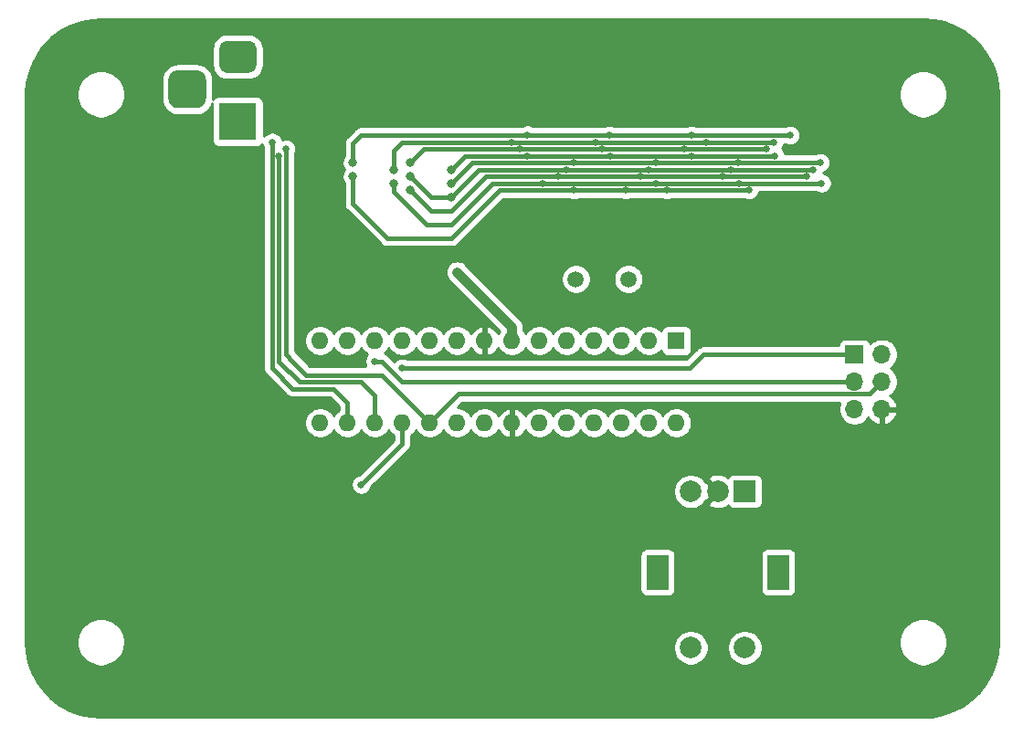
<source format=gbr>
%TF.GenerationSoftware,KiCad,Pcbnew,5.1.8+dfsg1-1+b1*%
%TF.CreationDate,2021-05-17T16:06:48-05:00*%
%TF.ProjectId,pmt-control,706d742d-636f-46e7-9472-6f6c2e6b6963,A*%
%TF.SameCoordinates,Original*%
%TF.FileFunction,Copper,L2,Bot*%
%TF.FilePolarity,Positive*%
%FSLAX46Y46*%
G04 Gerber Fmt 4.6, Leading zero omitted, Abs format (unit mm)*
G04 Created by KiCad (PCBNEW 5.1.8+dfsg1-1+b1) date 2021-05-17 16:06:48*
%MOMM*%
%LPD*%
G01*
G04 APERTURE LIST*
%TA.AperFunction,ComponentPad*%
%ADD10O,1.600000X1.600000*%
%TD*%
%TA.AperFunction,ComponentPad*%
%ADD11R,1.600000X1.600000*%
%TD*%
%TA.AperFunction,ComponentPad*%
%ADD12C,1.500000*%
%TD*%
%TA.AperFunction,ComponentPad*%
%ADD13O,1.700000X1.700000*%
%TD*%
%TA.AperFunction,ComponentPad*%
%ADD14R,1.700000X1.700000*%
%TD*%
%TA.AperFunction,ComponentPad*%
%ADD15R,3.500000X3.500000*%
%TD*%
%TA.AperFunction,ComponentPad*%
%ADD16R,2.000000X2.000000*%
%TD*%
%TA.AperFunction,ComponentPad*%
%ADD17C,2.000000*%
%TD*%
%TA.AperFunction,ComponentPad*%
%ADD18R,2.000000X3.200000*%
%TD*%
%TA.AperFunction,ViaPad*%
%ADD19C,0.800000*%
%TD*%
%TA.AperFunction,ViaPad*%
%ADD20C,0.635000*%
%TD*%
%TA.AperFunction,Conductor*%
%ADD21C,0.381000*%
%TD*%
%TA.AperFunction,Conductor*%
%ADD22C,0.889000*%
%TD*%
%TA.AperFunction,Conductor*%
%ADD23C,0.254000*%
%TD*%
%TA.AperFunction,Conductor*%
%ADD24C,0.100000*%
%TD*%
G04 APERTURE END LIST*
D10*
%TO.P,U1,28*%
%TO.N,N/C*%
X116840000Y-93980000D03*
%TO.P,U1,14*%
X83820000Y-86360000D03*
%TO.P,U1,27*%
X114300000Y-93980000D03*
%TO.P,U1,13*%
X86360000Y-86360000D03*
%TO.P,U1,26*%
X111760000Y-93980000D03*
%TO.P,U1,12*%
X88900000Y-86360000D03*
%TO.P,U1,25*%
X109220000Y-93980000D03*
%TO.P,U1,11*%
X91440000Y-86360000D03*
%TO.P,U1,24*%
X106680000Y-93980000D03*
%TO.P,U1,10*%
%TO.N,Net-(C6-Pad2)*%
X93980000Y-86360000D03*
%TO.P,U1,23*%
%TO.N,N/C*%
X104140000Y-93980000D03*
%TO.P,U1,9*%
%TO.N,Net-(C5-Pad2)*%
X96520000Y-86360000D03*
%TO.P,U1,22*%
%TO.N,GND*%
X101600000Y-93980000D03*
%TO.P,U1,8*%
X99060000Y-86360000D03*
%TO.P,U1,21*%
%TO.N,N/C*%
X99060000Y-93980000D03*
%TO.P,U1,7*%
%TO.N,+3V3*%
X101600000Y-86360000D03*
%TO.P,U1,20*%
%TO.N,N/C*%
X96520000Y-93980000D03*
%TO.P,U1,6*%
X104140000Y-86360000D03*
%TO.P,U1,19*%
%TO.N,MOSI*%
X93980000Y-93980000D03*
%TO.P,U1,5*%
%TO.N,N/C*%
X106680000Y-86360000D03*
%TO.P,U1,18*%
%TO.N,MISO*%
X91440000Y-93980000D03*
%TO.P,U1,4*%
%TO.N,N/C*%
X109220000Y-86360000D03*
%TO.P,U1,17*%
%TO.N,SCK*%
X88900000Y-93980000D03*
%TO.P,U1,3*%
%TO.N,Net-(SW1-PadB)*%
X111760000Y-86360000D03*
%TO.P,U1,16*%
%TO.N,/7seg/~CS~*%
X86360000Y-93980000D03*
%TO.P,U1,2*%
%TO.N,Net-(SW1-PadA)*%
X114300000Y-86360000D03*
%TO.P,U1,15*%
%TO.N,Net-(U1-Pad15)*%
X83820000Y-93980000D03*
D11*
%TO.P,U1,1*%
%TO.N,Net-(J2-Pad5)*%
X116840000Y-86360000D03*
%TD*%
D12*
%TO.P,Y1,2*%
%TO.N,Net-(C6-Pad2)*%
X107515000Y-80645000D03*
%TO.P,Y1,1*%
%TO.N,Net-(C5-Pad2)*%
X112395000Y-80645000D03*
%TD*%
D13*
%TO.P,J2,6*%
%TO.N,GND*%
X135890000Y-92710000D03*
%TO.P,J2,5*%
%TO.N,Net-(J2-Pad5)*%
X133350000Y-92710000D03*
%TO.P,J2,4*%
%TO.N,MOSI*%
X135890000Y-90170000D03*
%TO.P,J2,3*%
%TO.N,SCK*%
X133350000Y-90170000D03*
%TO.P,J2,2*%
%TO.N,+3V3*%
X135890000Y-87630000D03*
D14*
%TO.P,J2,1*%
%TO.N,MISO*%
X133350000Y-87630000D03*
%TD*%
%TO.P,J1,3*%
%TO.N,N/C*%
%TA.AperFunction,ComponentPad*%
G36*
G01*
X70625000Y-61290000D02*
X72375000Y-61290000D01*
G75*
G02*
X73250000Y-62165000I0J-875000D01*
G01*
X73250000Y-63915000D01*
G75*
G02*
X72375000Y-64790000I-875000J0D01*
G01*
X70625000Y-64790000D01*
G75*
G02*
X69750000Y-63915000I0J875000D01*
G01*
X69750000Y-62165000D01*
G75*
G02*
X70625000Y-61290000I875000J0D01*
G01*
G37*
%TD.AperFunction*%
%TO.P,J1,2*%
%TO.N,Net-(D6-Pad4)*%
%TA.AperFunction,ComponentPad*%
G36*
G01*
X75200000Y-58540000D02*
X77200000Y-58540000D01*
G75*
G02*
X77950000Y-59290000I0J-750000D01*
G01*
X77950000Y-60790000D01*
G75*
G02*
X77200000Y-61540000I-750000J0D01*
G01*
X75200000Y-61540000D01*
G75*
G02*
X74450000Y-60790000I0J750000D01*
G01*
X74450000Y-59290000D01*
G75*
G02*
X75200000Y-58540000I750000J0D01*
G01*
G37*
%TD.AperFunction*%
D15*
%TO.P,J1,1*%
%TO.N,Net-(D6-Pad3)*%
X76200000Y-66040000D03*
%TD*%
D16*
%TO.P,SW1,A*%
%TO.N,Net-(SW1-PadA)*%
X123190000Y-100330000D03*
D17*
%TO.P,SW1,C*%
%TO.N,GND*%
X120690000Y-100330000D03*
%TO.P,SW1,B*%
%TO.N,Net-(SW1-PadB)*%
X118190000Y-100330000D03*
D18*
%TO.P,SW1,MP*%
%TO.N,N/C*%
X126290000Y-107830000D03*
X115090000Y-107830000D03*
D17*
%TO.P,SW1,S2*%
X123190000Y-114830000D03*
%TO.P,SW1,S1*%
X118190000Y-114830000D03*
%TD*%
D19*
%TO.N,/7seg/SEG2*%
X90678000Y-70485000D03*
D20*
X101600000Y-67945000D03*
X109347000Y-67945000D03*
X125857000Y-67945000D03*
X119634000Y-67945000D03*
D19*
%TO.N,/7seg/SEG3*%
X86868000Y-69850000D03*
D20*
X103040000Y-67267000D03*
X110617000Y-67310000D03*
X118237000Y-67310000D03*
X127381000Y-67310000D03*
D19*
%TO.N,/7seg/SEG0*%
X90678000Y-71755000D03*
D20*
X104470200Y-71755000D03*
X130302000Y-71755000D03*
X114985800Y-71755000D03*
X122656600Y-71755000D03*
D19*
%TO.N,/7seg/SEG8*%
X92202000Y-72390000D03*
D20*
X105892600Y-71120000D03*
X113538000Y-71120000D03*
X121158000Y-71120000D03*
X128905000Y-71120000D03*
D19*
%TO.N,/7seg/SEG7*%
X96012000Y-71755000D03*
X96012000Y-71755000D03*
D20*
X107340400Y-69850000D03*
X114935000Y-69850000D03*
X122555000Y-69850000D03*
X130175000Y-69850000D03*
D19*
%TO.N,/7seg/SEG1*%
X86868000Y-71120000D03*
D20*
X107340400Y-72390000D03*
X112141000Y-72390000D03*
X123571000Y-72390000D03*
X115951000Y-72390000D03*
%TO.N,/7seg/SEG6*%
X129540000Y-70485000D03*
X121920000Y-70485000D03*
X114300000Y-70485000D03*
D19*
X92202000Y-71120000D03*
X96012000Y-73025000D03*
D20*
X106680000Y-70485000D03*
D19*
%TO.N,/7seg/SEG5*%
X96012000Y-70485000D03*
D20*
X103047800Y-69215000D03*
X110744000Y-69215000D03*
X118237000Y-69215000D03*
X125984000Y-69215000D03*
%TO.N,/7seg/SEG4*%
X125222000Y-68580000D03*
X117602000Y-68580000D03*
X109982000Y-68580000D03*
D19*
X92202000Y-69850000D03*
D20*
X102362000Y-68580000D03*
%TO.N,/7seg/~CS~*%
X79375000Y-67945000D03*
%TO.N,MOSI*%
X80645000Y-68580000D03*
%TO.N,SCK*%
X80010000Y-69215000D03*
X88900000Y-88265000D03*
%TO.N,MISO*%
X87630000Y-99695000D03*
X91440000Y-88900000D03*
D19*
%TO.N,+3V3*%
X96520000Y-80010000D03*
%TD*%
D21*
%TO.N,/7seg/SEG2*%
X90678000Y-70485000D02*
X90678000Y-68707000D01*
X90678000Y-68707000D02*
X91440000Y-67945000D01*
X91440000Y-67945000D02*
X101219000Y-67945000D01*
X101219000Y-67945000D02*
X101600000Y-67945000D01*
X101600000Y-67945000D02*
X109347000Y-67945000D01*
X119634000Y-67945000D02*
X125857000Y-67945000D01*
X109347000Y-67945000D02*
X119634000Y-67945000D01*
%TO.N,/7seg/SEG3*%
X86868000Y-69850000D02*
X86868000Y-68072000D01*
X86868000Y-68072000D02*
X87630000Y-67310000D01*
X87630000Y-67310000D02*
X102616000Y-67310000D01*
X102616000Y-67310000D02*
X110617000Y-67310000D01*
X110617000Y-67310000D02*
X118237000Y-67310000D01*
X118237000Y-67310000D02*
X127381000Y-67310000D01*
%TO.N,/7seg/SEG0*%
X96012000Y-75565000D02*
X93726000Y-75565000D01*
X90678000Y-72517000D02*
X90678000Y-71755000D01*
X93726000Y-75565000D02*
X90678000Y-72517000D01*
X96012000Y-75565000D02*
X99822000Y-71755000D01*
X99822000Y-71755000D02*
X104470200Y-71755000D01*
X104470200Y-71755000D02*
X114985800Y-71755000D01*
X122656600Y-71755000D02*
X130302000Y-71755000D01*
X114985800Y-71755000D02*
X122656600Y-71755000D01*
%TO.N,/7seg/SEG8*%
X94107000Y-74295000D02*
X96012000Y-74295000D01*
X92202000Y-72390000D02*
X94107000Y-74295000D01*
X96012000Y-74295000D02*
X99187000Y-71120000D01*
X99187000Y-71120000D02*
X105892600Y-71120000D01*
X105892600Y-71120000D02*
X113538000Y-71120000D01*
X113538000Y-71120000D02*
X121158000Y-71120000D01*
X121158000Y-71120000D02*
X128905000Y-71120000D01*
%TO.N,/7seg/SEG7*%
X96012000Y-71755000D02*
X97917000Y-69850000D01*
X97917000Y-69850000D02*
X107340400Y-69850000D01*
X107340400Y-69850000D02*
X114935000Y-69850000D01*
X114935000Y-69850000D02*
X122555000Y-69850000D01*
X122555000Y-69850000D02*
X130175000Y-69850000D01*
%TO.N,/7seg/SEG1*%
X96012000Y-76835000D02*
X90043000Y-76835000D01*
X86868000Y-73660000D02*
X86868000Y-71120000D01*
X90043000Y-76835000D02*
X86868000Y-73660000D01*
X96012000Y-76835000D02*
X100457000Y-72390000D01*
X100457000Y-72390000D02*
X107340400Y-72390000D01*
X107340400Y-72390000D02*
X112141000Y-72390000D01*
X115951000Y-72390000D02*
X123571000Y-72390000D01*
X112141000Y-72390000D02*
X115951000Y-72390000D01*
%TO.N,/7seg/SEG6*%
X92202000Y-71120000D02*
X94107000Y-73025000D01*
X94107000Y-73025000D02*
X96012000Y-73025000D01*
X96012000Y-73025000D02*
X98552000Y-70485000D01*
X106680000Y-70485000D02*
X128778000Y-70485000D01*
X98552000Y-70485000D02*
X106680000Y-70485000D01*
X129540000Y-70485000D02*
X128778000Y-70485000D01*
%TO.N,/7seg/SEG5*%
X96012000Y-70485000D02*
X97282000Y-69215000D01*
X97282000Y-69215000D02*
X103047800Y-69215000D01*
X103047800Y-69215000D02*
X110744000Y-69215000D01*
X110744000Y-69215000D02*
X118237000Y-69215000D01*
X118237000Y-69215000D02*
X125984000Y-69215000D01*
%TO.N,/7seg/SEG4*%
X92202000Y-69850000D02*
X93472000Y-68580000D01*
X93472000Y-68580000D02*
X102362000Y-68580000D01*
X102362000Y-68580000D02*
X125222000Y-68580000D01*
%TO.N,/7seg/~CS~*%
X86360000Y-93980000D02*
X86360000Y-92075000D01*
X86360000Y-92075000D02*
X85090000Y-90805000D01*
X85090000Y-90805000D02*
X82550000Y-90805000D01*
X82550000Y-90805000D02*
X81280000Y-90805000D01*
X79375000Y-88900000D02*
X79375000Y-67945000D01*
X81280000Y-90805000D02*
X79375000Y-88900000D01*
%TO.N,MOSI*%
X93980000Y-93980000D02*
X89535000Y-89535000D01*
X89535000Y-89535000D02*
X82550000Y-89535000D01*
X82550000Y-89535000D02*
X81280000Y-88265000D01*
X81280000Y-88265000D02*
X80645000Y-87630000D01*
X80645000Y-87630000D02*
X80645000Y-69850000D01*
X80645000Y-68580000D02*
X80645000Y-69850000D01*
X96673299Y-91286701D02*
X93980000Y-93980000D01*
X134773299Y-91286701D02*
X96673299Y-91286701D01*
X135890000Y-90170000D02*
X134773299Y-91286701D01*
%TO.N,SCK*%
X88900000Y-93980000D02*
X88900000Y-91440000D01*
X88900000Y-91440000D02*
X87630000Y-90170000D01*
X87630000Y-90170000D02*
X82550000Y-90170000D01*
X82550000Y-90170000D02*
X82538408Y-90170000D01*
X82538408Y-90170000D02*
X81915000Y-90170000D01*
X80010000Y-88265000D02*
X80010000Y-69215000D01*
X81915000Y-90170000D02*
X80010000Y-88265000D01*
X89535000Y-88265000D02*
X88900000Y-88265000D01*
X91440000Y-90170000D02*
X89535000Y-88265000D01*
X133350000Y-90170000D02*
X91440000Y-90170000D01*
%TO.N,MISO*%
X91440000Y-93980000D02*
X91440000Y-95250000D01*
X91440000Y-95885000D02*
X87630000Y-99695000D01*
X91440000Y-95250000D02*
X91440000Y-95885000D01*
X118110000Y-88900000D02*
X91440000Y-88900000D01*
X119380000Y-87630000D02*
X118110000Y-88900000D01*
X133350000Y-87630000D02*
X119380000Y-87630000D01*
D22*
%TO.N,+3V3*%
X96520000Y-80010000D02*
X101600000Y-85090000D01*
X101600000Y-85090000D02*
X101600000Y-86360000D01*
%TD*%
D23*
%TO.N,GND*%
X140704470Y-56614617D02*
X141687898Y-56831739D01*
X142629675Y-57188546D01*
X143510095Y-57677575D01*
X144310687Y-58288569D01*
X145014694Y-59008732D01*
X145607370Y-59822987D01*
X146076296Y-60714269D01*
X146411647Y-61663900D01*
X146607127Y-62655692D01*
X146660000Y-63520164D01*
X146660001Y-114276080D01*
X146585382Y-115304470D01*
X146368262Y-116287896D01*
X146011454Y-117229675D01*
X145522424Y-118110095D01*
X144911435Y-118910684D01*
X144191268Y-119614694D01*
X143377013Y-120207370D01*
X142485731Y-120676296D01*
X141536099Y-121011647D01*
X140544309Y-121207127D01*
X139679835Y-121260000D01*
X63523906Y-121260000D01*
X62495530Y-121185382D01*
X61512104Y-120968262D01*
X60570325Y-120611454D01*
X59689905Y-120122424D01*
X58889316Y-119511435D01*
X58185306Y-118791268D01*
X57592630Y-117977013D01*
X57123704Y-117085731D01*
X56788353Y-116136099D01*
X56592873Y-115144309D01*
X56540000Y-114279835D01*
X56540000Y-114079872D01*
X61265000Y-114079872D01*
X61265000Y-114520128D01*
X61350890Y-114951925D01*
X61519369Y-115358669D01*
X61763962Y-115724729D01*
X62075271Y-116036038D01*
X62441331Y-116280631D01*
X62848075Y-116449110D01*
X63279872Y-116535000D01*
X63720128Y-116535000D01*
X64151925Y-116449110D01*
X64558669Y-116280631D01*
X64924729Y-116036038D01*
X65236038Y-115724729D01*
X65480631Y-115358669D01*
X65649110Y-114951925D01*
X65705394Y-114668967D01*
X116555000Y-114668967D01*
X116555000Y-114991033D01*
X116617832Y-115306912D01*
X116741082Y-115604463D01*
X116920013Y-115872252D01*
X117147748Y-116099987D01*
X117415537Y-116278918D01*
X117713088Y-116402168D01*
X118028967Y-116465000D01*
X118351033Y-116465000D01*
X118666912Y-116402168D01*
X118964463Y-116278918D01*
X119232252Y-116099987D01*
X119459987Y-115872252D01*
X119638918Y-115604463D01*
X119762168Y-115306912D01*
X119825000Y-114991033D01*
X119825000Y-114668967D01*
X121555000Y-114668967D01*
X121555000Y-114991033D01*
X121617832Y-115306912D01*
X121741082Y-115604463D01*
X121920013Y-115872252D01*
X122147748Y-116099987D01*
X122415537Y-116278918D01*
X122713088Y-116402168D01*
X123028967Y-116465000D01*
X123351033Y-116465000D01*
X123666912Y-116402168D01*
X123964463Y-116278918D01*
X124232252Y-116099987D01*
X124459987Y-115872252D01*
X124638918Y-115604463D01*
X124762168Y-115306912D01*
X124825000Y-114991033D01*
X124825000Y-114668967D01*
X124762168Y-114353088D01*
X124648998Y-114079872D01*
X137465000Y-114079872D01*
X137465000Y-114520128D01*
X137550890Y-114951925D01*
X137719369Y-115358669D01*
X137963962Y-115724729D01*
X138275271Y-116036038D01*
X138641331Y-116280631D01*
X139048075Y-116449110D01*
X139479872Y-116535000D01*
X139920128Y-116535000D01*
X140351925Y-116449110D01*
X140758669Y-116280631D01*
X141124729Y-116036038D01*
X141436038Y-115724729D01*
X141680631Y-115358669D01*
X141849110Y-114951925D01*
X141935000Y-114520128D01*
X141935000Y-114079872D01*
X141849110Y-113648075D01*
X141680631Y-113241331D01*
X141436038Y-112875271D01*
X141124729Y-112563962D01*
X140758669Y-112319369D01*
X140351925Y-112150890D01*
X139920128Y-112065000D01*
X139479872Y-112065000D01*
X139048075Y-112150890D01*
X138641331Y-112319369D01*
X138275271Y-112563962D01*
X137963962Y-112875271D01*
X137719369Y-113241331D01*
X137550890Y-113648075D01*
X137465000Y-114079872D01*
X124648998Y-114079872D01*
X124638918Y-114055537D01*
X124459987Y-113787748D01*
X124232252Y-113560013D01*
X123964463Y-113381082D01*
X123666912Y-113257832D01*
X123351033Y-113195000D01*
X123028967Y-113195000D01*
X122713088Y-113257832D01*
X122415537Y-113381082D01*
X122147748Y-113560013D01*
X121920013Y-113787748D01*
X121741082Y-114055537D01*
X121617832Y-114353088D01*
X121555000Y-114668967D01*
X119825000Y-114668967D01*
X119762168Y-114353088D01*
X119638918Y-114055537D01*
X119459987Y-113787748D01*
X119232252Y-113560013D01*
X118964463Y-113381082D01*
X118666912Y-113257832D01*
X118351033Y-113195000D01*
X118028967Y-113195000D01*
X117713088Y-113257832D01*
X117415537Y-113381082D01*
X117147748Y-113560013D01*
X116920013Y-113787748D01*
X116741082Y-114055537D01*
X116617832Y-114353088D01*
X116555000Y-114668967D01*
X65705394Y-114668967D01*
X65735000Y-114520128D01*
X65735000Y-114079872D01*
X65649110Y-113648075D01*
X65480631Y-113241331D01*
X65236038Y-112875271D01*
X64924729Y-112563962D01*
X64558669Y-112319369D01*
X64151925Y-112150890D01*
X63720128Y-112065000D01*
X63279872Y-112065000D01*
X62848075Y-112150890D01*
X62441331Y-112319369D01*
X62075271Y-112563962D01*
X61763962Y-112875271D01*
X61519369Y-113241331D01*
X61350890Y-113648075D01*
X61265000Y-114079872D01*
X56540000Y-114079872D01*
X56540000Y-106230000D01*
X113451928Y-106230000D01*
X113451928Y-109430000D01*
X113464188Y-109554482D01*
X113500498Y-109674180D01*
X113559463Y-109784494D01*
X113638815Y-109881185D01*
X113735506Y-109960537D01*
X113845820Y-110019502D01*
X113965518Y-110055812D01*
X114090000Y-110068072D01*
X116090000Y-110068072D01*
X116214482Y-110055812D01*
X116334180Y-110019502D01*
X116444494Y-109960537D01*
X116541185Y-109881185D01*
X116620537Y-109784494D01*
X116679502Y-109674180D01*
X116715812Y-109554482D01*
X116728072Y-109430000D01*
X116728072Y-106230000D01*
X124651928Y-106230000D01*
X124651928Y-109430000D01*
X124664188Y-109554482D01*
X124700498Y-109674180D01*
X124759463Y-109784494D01*
X124838815Y-109881185D01*
X124935506Y-109960537D01*
X125045820Y-110019502D01*
X125165518Y-110055812D01*
X125290000Y-110068072D01*
X127290000Y-110068072D01*
X127414482Y-110055812D01*
X127534180Y-110019502D01*
X127644494Y-109960537D01*
X127741185Y-109881185D01*
X127820537Y-109784494D01*
X127879502Y-109674180D01*
X127915812Y-109554482D01*
X127928072Y-109430000D01*
X127928072Y-106230000D01*
X127915812Y-106105518D01*
X127879502Y-105985820D01*
X127820537Y-105875506D01*
X127741185Y-105778815D01*
X127644494Y-105699463D01*
X127534180Y-105640498D01*
X127414482Y-105604188D01*
X127290000Y-105591928D01*
X125290000Y-105591928D01*
X125165518Y-105604188D01*
X125045820Y-105640498D01*
X124935506Y-105699463D01*
X124838815Y-105778815D01*
X124759463Y-105875506D01*
X124700498Y-105985820D01*
X124664188Y-106105518D01*
X124651928Y-106230000D01*
X116728072Y-106230000D01*
X116715812Y-106105518D01*
X116679502Y-105985820D01*
X116620537Y-105875506D01*
X116541185Y-105778815D01*
X116444494Y-105699463D01*
X116334180Y-105640498D01*
X116214482Y-105604188D01*
X116090000Y-105591928D01*
X114090000Y-105591928D01*
X113965518Y-105604188D01*
X113845820Y-105640498D01*
X113735506Y-105699463D01*
X113638815Y-105778815D01*
X113559463Y-105875506D01*
X113500498Y-105985820D01*
X113464188Y-106105518D01*
X113451928Y-106230000D01*
X56540000Y-106230000D01*
X56540000Y-63523920D01*
X56557707Y-63279872D01*
X61265000Y-63279872D01*
X61265000Y-63720128D01*
X61350890Y-64151925D01*
X61519369Y-64558669D01*
X61763962Y-64924729D01*
X62075271Y-65236038D01*
X62441331Y-65480631D01*
X62848075Y-65649110D01*
X63279872Y-65735000D01*
X63720128Y-65735000D01*
X64151925Y-65649110D01*
X64558669Y-65480631D01*
X64924729Y-65236038D01*
X65236038Y-64924729D01*
X65480631Y-64558669D01*
X65649110Y-64151925D01*
X65735000Y-63720128D01*
X65735000Y-63279872D01*
X65649110Y-62848075D01*
X65480631Y-62441331D01*
X65295993Y-62165000D01*
X69111928Y-62165000D01*
X69111928Y-63915000D01*
X69141001Y-64210186D01*
X69227104Y-64494028D01*
X69366927Y-64755618D01*
X69555097Y-64984903D01*
X69784382Y-65173073D01*
X70045972Y-65312896D01*
X70329814Y-65398999D01*
X70625000Y-65428072D01*
X72375000Y-65428072D01*
X72670186Y-65398999D01*
X72954028Y-65312896D01*
X73215618Y-65173073D01*
X73444903Y-64984903D01*
X73633073Y-64755618D01*
X73772896Y-64494028D01*
X73811928Y-64365357D01*
X73811928Y-67790000D01*
X73824188Y-67914482D01*
X73860498Y-68034180D01*
X73919463Y-68144494D01*
X73998815Y-68241185D01*
X74095506Y-68320537D01*
X74205820Y-68379502D01*
X74325518Y-68415812D01*
X74450000Y-68428072D01*
X77950000Y-68428072D01*
X78074482Y-68415812D01*
X78194180Y-68379502D01*
X78304494Y-68320537D01*
X78401185Y-68241185D01*
X78450743Y-68180799D01*
X78459104Y-68222834D01*
X78530905Y-68396178D01*
X78549501Y-68424009D01*
X78549500Y-88859450D01*
X78545506Y-88900000D01*
X78549500Y-88940550D01*
X78549500Y-88940552D01*
X78561444Y-89061825D01*
X78596635Y-89177834D01*
X78608647Y-89217433D01*
X78685301Y-89360842D01*
X78695421Y-89373173D01*
X78788459Y-89486541D01*
X78819966Y-89512398D01*
X80667611Y-91360045D01*
X80693459Y-91391541D01*
X80724955Y-91417389D01*
X80724958Y-91417392D01*
X80819157Y-91494699D01*
X80934825Y-91556525D01*
X80962566Y-91571353D01*
X81118174Y-91618556D01*
X81239447Y-91630500D01*
X81239449Y-91630500D01*
X81280000Y-91634494D01*
X81320550Y-91630500D01*
X84748068Y-91630500D01*
X85534501Y-92416934D01*
X85534501Y-92805722D01*
X85445241Y-92865363D01*
X85245363Y-93065241D01*
X85090000Y-93297759D01*
X84934637Y-93065241D01*
X84734759Y-92865363D01*
X84499727Y-92708320D01*
X84238574Y-92600147D01*
X83961335Y-92545000D01*
X83678665Y-92545000D01*
X83401426Y-92600147D01*
X83140273Y-92708320D01*
X82905241Y-92865363D01*
X82705363Y-93065241D01*
X82548320Y-93300273D01*
X82440147Y-93561426D01*
X82385000Y-93838665D01*
X82385000Y-94121335D01*
X82440147Y-94398574D01*
X82548320Y-94659727D01*
X82705363Y-94894759D01*
X82905241Y-95094637D01*
X83140273Y-95251680D01*
X83401426Y-95359853D01*
X83678665Y-95415000D01*
X83961335Y-95415000D01*
X84238574Y-95359853D01*
X84499727Y-95251680D01*
X84734759Y-95094637D01*
X84934637Y-94894759D01*
X85090000Y-94662241D01*
X85245363Y-94894759D01*
X85445241Y-95094637D01*
X85680273Y-95251680D01*
X85941426Y-95359853D01*
X86218665Y-95415000D01*
X86501335Y-95415000D01*
X86778574Y-95359853D01*
X87039727Y-95251680D01*
X87274759Y-95094637D01*
X87474637Y-94894759D01*
X87630000Y-94662241D01*
X87785363Y-94894759D01*
X87985241Y-95094637D01*
X88220273Y-95251680D01*
X88481426Y-95359853D01*
X88758665Y-95415000D01*
X89041335Y-95415000D01*
X89318574Y-95359853D01*
X89579727Y-95251680D01*
X89814759Y-95094637D01*
X90014637Y-94894759D01*
X90170000Y-94662241D01*
X90325363Y-94894759D01*
X90525241Y-95094637D01*
X90614501Y-95154278D01*
X90614501Y-95209438D01*
X90614500Y-95209448D01*
X90614500Y-95543066D01*
X87384994Y-98772574D01*
X87352166Y-98779104D01*
X87178822Y-98850905D01*
X87022816Y-98955145D01*
X86890145Y-99087816D01*
X86785905Y-99243822D01*
X86714104Y-99417166D01*
X86677500Y-99601187D01*
X86677500Y-99788813D01*
X86714104Y-99972834D01*
X86785905Y-100146178D01*
X86890145Y-100302184D01*
X87022816Y-100434855D01*
X87178822Y-100539095D01*
X87352166Y-100610896D01*
X87536187Y-100647500D01*
X87723813Y-100647500D01*
X87907834Y-100610896D01*
X88081178Y-100539095D01*
X88237184Y-100434855D01*
X88369855Y-100302184D01*
X88458867Y-100168967D01*
X116555000Y-100168967D01*
X116555000Y-100491033D01*
X116617832Y-100806912D01*
X116741082Y-101104463D01*
X116920013Y-101372252D01*
X117147748Y-101599987D01*
X117415537Y-101778918D01*
X117713088Y-101902168D01*
X118028967Y-101965000D01*
X118351033Y-101965000D01*
X118666912Y-101902168D01*
X118964463Y-101778918D01*
X119232252Y-101599987D01*
X119459987Y-101372252D01*
X119524925Y-101275065D01*
X119554587Y-101285808D01*
X120510395Y-100330000D01*
X119554587Y-99374192D01*
X119524925Y-99384935D01*
X119459987Y-99287748D01*
X119366826Y-99194587D01*
X119734192Y-99194587D01*
X120690000Y-100150395D01*
X120704143Y-100136253D01*
X120883748Y-100315858D01*
X120869605Y-100330000D01*
X120883748Y-100344143D01*
X120704143Y-100523748D01*
X120690000Y-100509605D01*
X119734192Y-101465413D01*
X119829956Y-101729814D01*
X120119571Y-101870704D01*
X120431108Y-101952384D01*
X120752595Y-101971718D01*
X121071675Y-101927961D01*
X121376088Y-101822795D01*
X121550044Y-101729814D01*
X121604024Y-101580777D01*
X121659463Y-101684494D01*
X121738815Y-101781185D01*
X121835506Y-101860537D01*
X121945820Y-101919502D01*
X122065518Y-101955812D01*
X122190000Y-101968072D01*
X124190000Y-101968072D01*
X124314482Y-101955812D01*
X124434180Y-101919502D01*
X124544494Y-101860537D01*
X124641185Y-101781185D01*
X124720537Y-101684494D01*
X124779502Y-101574180D01*
X124815812Y-101454482D01*
X124828072Y-101330000D01*
X124828072Y-99330000D01*
X124815812Y-99205518D01*
X124779502Y-99085820D01*
X124720537Y-98975506D01*
X124641185Y-98878815D01*
X124544494Y-98799463D01*
X124434180Y-98740498D01*
X124314482Y-98704188D01*
X124190000Y-98691928D01*
X122190000Y-98691928D01*
X122065518Y-98704188D01*
X121945820Y-98740498D01*
X121835506Y-98799463D01*
X121738815Y-98878815D01*
X121659463Y-98975506D01*
X121604024Y-99079223D01*
X121550044Y-98930186D01*
X121260429Y-98789296D01*
X120948892Y-98707616D01*
X120627405Y-98688282D01*
X120308325Y-98732039D01*
X120003912Y-98837205D01*
X119829956Y-98930186D01*
X119734192Y-99194587D01*
X119366826Y-99194587D01*
X119232252Y-99060013D01*
X118964463Y-98881082D01*
X118666912Y-98757832D01*
X118351033Y-98695000D01*
X118028967Y-98695000D01*
X117713088Y-98757832D01*
X117415537Y-98881082D01*
X117147748Y-99060013D01*
X116920013Y-99287748D01*
X116741082Y-99555537D01*
X116617832Y-99853088D01*
X116555000Y-100168967D01*
X88458867Y-100168967D01*
X88474095Y-100146178D01*
X88545896Y-99972834D01*
X88552426Y-99940006D01*
X91995045Y-96497389D01*
X92026541Y-96471541D01*
X92052389Y-96440045D01*
X92052392Y-96440042D01*
X92129699Y-96345843D01*
X92206353Y-96202434D01*
X92243646Y-96079494D01*
X92253556Y-96046826D01*
X92265500Y-95925553D01*
X92265500Y-95925551D01*
X92269494Y-95885000D01*
X92265500Y-95844450D01*
X92265500Y-95154278D01*
X92354759Y-95094637D01*
X92554637Y-94894759D01*
X92710000Y-94662241D01*
X92865363Y-94894759D01*
X93065241Y-95094637D01*
X93300273Y-95251680D01*
X93561426Y-95359853D01*
X93838665Y-95415000D01*
X94121335Y-95415000D01*
X94398574Y-95359853D01*
X94659727Y-95251680D01*
X94894759Y-95094637D01*
X95094637Y-94894759D01*
X95250000Y-94662241D01*
X95405363Y-94894759D01*
X95605241Y-95094637D01*
X95840273Y-95251680D01*
X96101426Y-95359853D01*
X96378665Y-95415000D01*
X96661335Y-95415000D01*
X96938574Y-95359853D01*
X97199727Y-95251680D01*
X97434759Y-95094637D01*
X97634637Y-94894759D01*
X97790000Y-94662241D01*
X97945363Y-94894759D01*
X98145241Y-95094637D01*
X98380273Y-95251680D01*
X98641426Y-95359853D01*
X98918665Y-95415000D01*
X99201335Y-95415000D01*
X99478574Y-95359853D01*
X99739727Y-95251680D01*
X99974759Y-95094637D01*
X100174637Y-94894759D01*
X100331680Y-94659727D01*
X100336067Y-94649135D01*
X100447615Y-94835131D01*
X100636586Y-95043519D01*
X100862580Y-95211037D01*
X101116913Y-95331246D01*
X101250961Y-95371904D01*
X101473000Y-95249915D01*
X101473000Y-94107000D01*
X101453000Y-94107000D01*
X101453000Y-93853000D01*
X101473000Y-93853000D01*
X101473000Y-92710085D01*
X101727000Y-92710085D01*
X101727000Y-93853000D01*
X101747000Y-93853000D01*
X101747000Y-94107000D01*
X101727000Y-94107000D01*
X101727000Y-95249915D01*
X101949039Y-95371904D01*
X102083087Y-95331246D01*
X102337420Y-95211037D01*
X102563414Y-95043519D01*
X102752385Y-94835131D01*
X102863933Y-94649135D01*
X102868320Y-94659727D01*
X103025363Y-94894759D01*
X103225241Y-95094637D01*
X103460273Y-95251680D01*
X103721426Y-95359853D01*
X103998665Y-95415000D01*
X104281335Y-95415000D01*
X104558574Y-95359853D01*
X104819727Y-95251680D01*
X105054759Y-95094637D01*
X105254637Y-94894759D01*
X105410000Y-94662241D01*
X105565363Y-94894759D01*
X105765241Y-95094637D01*
X106000273Y-95251680D01*
X106261426Y-95359853D01*
X106538665Y-95415000D01*
X106821335Y-95415000D01*
X107098574Y-95359853D01*
X107359727Y-95251680D01*
X107594759Y-95094637D01*
X107794637Y-94894759D01*
X107950000Y-94662241D01*
X108105363Y-94894759D01*
X108305241Y-95094637D01*
X108540273Y-95251680D01*
X108801426Y-95359853D01*
X109078665Y-95415000D01*
X109361335Y-95415000D01*
X109638574Y-95359853D01*
X109899727Y-95251680D01*
X110134759Y-95094637D01*
X110334637Y-94894759D01*
X110490000Y-94662241D01*
X110645363Y-94894759D01*
X110845241Y-95094637D01*
X111080273Y-95251680D01*
X111341426Y-95359853D01*
X111618665Y-95415000D01*
X111901335Y-95415000D01*
X112178574Y-95359853D01*
X112439727Y-95251680D01*
X112674759Y-95094637D01*
X112874637Y-94894759D01*
X113030000Y-94662241D01*
X113185363Y-94894759D01*
X113385241Y-95094637D01*
X113620273Y-95251680D01*
X113881426Y-95359853D01*
X114158665Y-95415000D01*
X114441335Y-95415000D01*
X114718574Y-95359853D01*
X114979727Y-95251680D01*
X115214759Y-95094637D01*
X115414637Y-94894759D01*
X115570000Y-94662241D01*
X115725363Y-94894759D01*
X115925241Y-95094637D01*
X116160273Y-95251680D01*
X116421426Y-95359853D01*
X116698665Y-95415000D01*
X116981335Y-95415000D01*
X117258574Y-95359853D01*
X117519727Y-95251680D01*
X117754759Y-95094637D01*
X117954637Y-94894759D01*
X118111680Y-94659727D01*
X118219853Y-94398574D01*
X118275000Y-94121335D01*
X118275000Y-93838665D01*
X118219853Y-93561426D01*
X118111680Y-93300273D01*
X117954637Y-93065241D01*
X117754759Y-92865363D01*
X117519727Y-92708320D01*
X117258574Y-92600147D01*
X116981335Y-92545000D01*
X116698665Y-92545000D01*
X116421426Y-92600147D01*
X116160273Y-92708320D01*
X115925241Y-92865363D01*
X115725363Y-93065241D01*
X115570000Y-93297759D01*
X115414637Y-93065241D01*
X115214759Y-92865363D01*
X114979727Y-92708320D01*
X114718574Y-92600147D01*
X114441335Y-92545000D01*
X114158665Y-92545000D01*
X113881426Y-92600147D01*
X113620273Y-92708320D01*
X113385241Y-92865363D01*
X113185363Y-93065241D01*
X113030000Y-93297759D01*
X112874637Y-93065241D01*
X112674759Y-92865363D01*
X112439727Y-92708320D01*
X112178574Y-92600147D01*
X111901335Y-92545000D01*
X111618665Y-92545000D01*
X111341426Y-92600147D01*
X111080273Y-92708320D01*
X110845241Y-92865363D01*
X110645363Y-93065241D01*
X110490000Y-93297759D01*
X110334637Y-93065241D01*
X110134759Y-92865363D01*
X109899727Y-92708320D01*
X109638574Y-92600147D01*
X109361335Y-92545000D01*
X109078665Y-92545000D01*
X108801426Y-92600147D01*
X108540273Y-92708320D01*
X108305241Y-92865363D01*
X108105363Y-93065241D01*
X107950000Y-93297759D01*
X107794637Y-93065241D01*
X107594759Y-92865363D01*
X107359727Y-92708320D01*
X107098574Y-92600147D01*
X106821335Y-92545000D01*
X106538665Y-92545000D01*
X106261426Y-92600147D01*
X106000273Y-92708320D01*
X105765241Y-92865363D01*
X105565363Y-93065241D01*
X105410000Y-93297759D01*
X105254637Y-93065241D01*
X105054759Y-92865363D01*
X104819727Y-92708320D01*
X104558574Y-92600147D01*
X104281335Y-92545000D01*
X103998665Y-92545000D01*
X103721426Y-92600147D01*
X103460273Y-92708320D01*
X103225241Y-92865363D01*
X103025363Y-93065241D01*
X102868320Y-93300273D01*
X102863933Y-93310865D01*
X102752385Y-93124869D01*
X102563414Y-92916481D01*
X102337420Y-92748963D01*
X102083087Y-92628754D01*
X101949039Y-92588096D01*
X101727000Y-92710085D01*
X101473000Y-92710085D01*
X101250961Y-92588096D01*
X101116913Y-92628754D01*
X100862580Y-92748963D01*
X100636586Y-92916481D01*
X100447615Y-93124869D01*
X100336067Y-93310865D01*
X100331680Y-93300273D01*
X100174637Y-93065241D01*
X99974759Y-92865363D01*
X99739727Y-92708320D01*
X99478574Y-92600147D01*
X99201335Y-92545000D01*
X98918665Y-92545000D01*
X98641426Y-92600147D01*
X98380273Y-92708320D01*
X98145241Y-92865363D01*
X97945363Y-93065241D01*
X97790000Y-93297759D01*
X97634637Y-93065241D01*
X97434759Y-92865363D01*
X97199727Y-92708320D01*
X96938574Y-92600147D01*
X96661335Y-92545000D01*
X96582433Y-92545000D01*
X97015232Y-92112201D01*
X131990264Y-92112201D01*
X131922068Y-92276842D01*
X131865000Y-92563740D01*
X131865000Y-92856260D01*
X131922068Y-93143158D01*
X132034010Y-93413411D01*
X132196525Y-93656632D01*
X132403368Y-93863475D01*
X132646589Y-94025990D01*
X132916842Y-94137932D01*
X133203740Y-94195000D01*
X133496260Y-94195000D01*
X133783158Y-94137932D01*
X134053411Y-94025990D01*
X134296632Y-93863475D01*
X134503475Y-93656632D01*
X134621100Y-93480594D01*
X134792412Y-93710269D01*
X135008645Y-93905178D01*
X135258748Y-94054157D01*
X135533109Y-94151481D01*
X135763000Y-94030814D01*
X135763000Y-92837000D01*
X136017000Y-92837000D01*
X136017000Y-94030814D01*
X136246891Y-94151481D01*
X136521252Y-94054157D01*
X136771355Y-93905178D01*
X136987588Y-93710269D01*
X137161641Y-93476920D01*
X137286825Y-93214099D01*
X137331476Y-93066890D01*
X137210155Y-92837000D01*
X136017000Y-92837000D01*
X135763000Y-92837000D01*
X135743000Y-92837000D01*
X135743000Y-92583000D01*
X135763000Y-92583000D01*
X135763000Y-92563000D01*
X136017000Y-92563000D01*
X136017000Y-92583000D01*
X137210155Y-92583000D01*
X137331476Y-92353110D01*
X137286825Y-92205901D01*
X137161641Y-91943080D01*
X136987588Y-91709731D01*
X136771355Y-91514822D01*
X136654466Y-91445195D01*
X136836632Y-91323475D01*
X137043475Y-91116632D01*
X137205990Y-90873411D01*
X137317932Y-90603158D01*
X137375000Y-90316260D01*
X137375000Y-90023740D01*
X137317932Y-89736842D01*
X137205990Y-89466589D01*
X137043475Y-89223368D01*
X136836632Y-89016525D01*
X136662240Y-88900000D01*
X136836632Y-88783475D01*
X137043475Y-88576632D01*
X137205990Y-88333411D01*
X137317932Y-88063158D01*
X137375000Y-87776260D01*
X137375000Y-87483740D01*
X137317932Y-87196842D01*
X137205990Y-86926589D01*
X137043475Y-86683368D01*
X136836632Y-86476525D01*
X136593411Y-86314010D01*
X136323158Y-86202068D01*
X136036260Y-86145000D01*
X135743740Y-86145000D01*
X135456842Y-86202068D01*
X135186589Y-86314010D01*
X134943368Y-86476525D01*
X134811513Y-86608380D01*
X134789502Y-86535820D01*
X134730537Y-86425506D01*
X134651185Y-86328815D01*
X134554494Y-86249463D01*
X134444180Y-86190498D01*
X134324482Y-86154188D01*
X134200000Y-86141928D01*
X132500000Y-86141928D01*
X132375518Y-86154188D01*
X132255820Y-86190498D01*
X132145506Y-86249463D01*
X132048815Y-86328815D01*
X131969463Y-86425506D01*
X131910498Y-86535820D01*
X131874188Y-86655518D01*
X131861928Y-86780000D01*
X131861928Y-86804500D01*
X119420550Y-86804500D01*
X119379999Y-86800506D01*
X119339449Y-86804500D01*
X119339447Y-86804500D01*
X119218174Y-86816444D01*
X119062566Y-86863647D01*
X118969111Y-86913601D01*
X118919157Y-86940301D01*
X118878240Y-86973881D01*
X118793459Y-87043459D01*
X118767606Y-87074961D01*
X117768068Y-88074500D01*
X91919007Y-88074500D01*
X91891178Y-88055905D01*
X91717834Y-87984104D01*
X91533813Y-87947500D01*
X91346187Y-87947500D01*
X91162166Y-87984104D01*
X90988822Y-88055905D01*
X90832816Y-88160145D01*
X90715197Y-88277764D01*
X90147398Y-87709966D01*
X90121541Y-87678459D01*
X89995842Y-87575301D01*
X89852434Y-87498647D01*
X89801809Y-87483290D01*
X89814759Y-87474637D01*
X90014637Y-87274759D01*
X90170000Y-87042241D01*
X90325363Y-87274759D01*
X90525241Y-87474637D01*
X90760273Y-87631680D01*
X91021426Y-87739853D01*
X91298665Y-87795000D01*
X91581335Y-87795000D01*
X91858574Y-87739853D01*
X92119727Y-87631680D01*
X92354759Y-87474637D01*
X92554637Y-87274759D01*
X92710000Y-87042241D01*
X92865363Y-87274759D01*
X93065241Y-87474637D01*
X93300273Y-87631680D01*
X93561426Y-87739853D01*
X93838665Y-87795000D01*
X94121335Y-87795000D01*
X94398574Y-87739853D01*
X94659727Y-87631680D01*
X94894759Y-87474637D01*
X95094637Y-87274759D01*
X95250000Y-87042241D01*
X95405363Y-87274759D01*
X95605241Y-87474637D01*
X95840273Y-87631680D01*
X96101426Y-87739853D01*
X96378665Y-87795000D01*
X96661335Y-87795000D01*
X96938574Y-87739853D01*
X97199727Y-87631680D01*
X97434759Y-87474637D01*
X97634637Y-87274759D01*
X97791680Y-87039727D01*
X97796067Y-87029135D01*
X97907615Y-87215131D01*
X98096586Y-87423519D01*
X98322580Y-87591037D01*
X98576913Y-87711246D01*
X98710961Y-87751904D01*
X98933000Y-87629915D01*
X98933000Y-86487000D01*
X98913000Y-86487000D01*
X98913000Y-86233000D01*
X98933000Y-86233000D01*
X98933000Y-85090085D01*
X98710961Y-84968096D01*
X98576913Y-85008754D01*
X98322580Y-85128963D01*
X98096586Y-85296481D01*
X97907615Y-85504869D01*
X97796067Y-85690865D01*
X97791680Y-85680273D01*
X97634637Y-85445241D01*
X97434759Y-85245363D01*
X97199727Y-85088320D01*
X96938574Y-84980147D01*
X96661335Y-84925000D01*
X96378665Y-84925000D01*
X96101426Y-84980147D01*
X95840273Y-85088320D01*
X95605241Y-85245363D01*
X95405363Y-85445241D01*
X95250000Y-85677759D01*
X95094637Y-85445241D01*
X94894759Y-85245363D01*
X94659727Y-85088320D01*
X94398574Y-84980147D01*
X94121335Y-84925000D01*
X93838665Y-84925000D01*
X93561426Y-84980147D01*
X93300273Y-85088320D01*
X93065241Y-85245363D01*
X92865363Y-85445241D01*
X92710000Y-85677759D01*
X92554637Y-85445241D01*
X92354759Y-85245363D01*
X92119727Y-85088320D01*
X91858574Y-84980147D01*
X91581335Y-84925000D01*
X91298665Y-84925000D01*
X91021426Y-84980147D01*
X90760273Y-85088320D01*
X90525241Y-85245363D01*
X90325363Y-85445241D01*
X90170000Y-85677759D01*
X90014637Y-85445241D01*
X89814759Y-85245363D01*
X89579727Y-85088320D01*
X89318574Y-84980147D01*
X89041335Y-84925000D01*
X88758665Y-84925000D01*
X88481426Y-84980147D01*
X88220273Y-85088320D01*
X87985241Y-85245363D01*
X87785363Y-85445241D01*
X87630000Y-85677759D01*
X87474637Y-85445241D01*
X87274759Y-85245363D01*
X87039727Y-85088320D01*
X86778574Y-84980147D01*
X86501335Y-84925000D01*
X86218665Y-84925000D01*
X85941426Y-84980147D01*
X85680273Y-85088320D01*
X85445241Y-85245363D01*
X85245363Y-85445241D01*
X85090000Y-85677759D01*
X84934637Y-85445241D01*
X84734759Y-85245363D01*
X84499727Y-85088320D01*
X84238574Y-84980147D01*
X83961335Y-84925000D01*
X83678665Y-84925000D01*
X83401426Y-84980147D01*
X83140273Y-85088320D01*
X82905241Y-85245363D01*
X82705363Y-85445241D01*
X82548320Y-85680273D01*
X82440147Y-85941426D01*
X82385000Y-86218665D01*
X82385000Y-86501335D01*
X82440147Y-86778574D01*
X82548320Y-87039727D01*
X82705363Y-87274759D01*
X82905241Y-87474637D01*
X83140273Y-87631680D01*
X83401426Y-87739853D01*
X83678665Y-87795000D01*
X83961335Y-87795000D01*
X84238574Y-87739853D01*
X84499727Y-87631680D01*
X84734759Y-87474637D01*
X84934637Y-87274759D01*
X85090000Y-87042241D01*
X85245363Y-87274759D01*
X85445241Y-87474637D01*
X85680273Y-87631680D01*
X85941426Y-87739853D01*
X86218665Y-87795000D01*
X86501335Y-87795000D01*
X86778574Y-87739853D01*
X87039727Y-87631680D01*
X87274759Y-87474637D01*
X87474637Y-87274759D01*
X87630000Y-87042241D01*
X87785363Y-87274759D01*
X87985241Y-87474637D01*
X88199896Y-87618065D01*
X88160145Y-87657816D01*
X88055905Y-87813822D01*
X87984104Y-87987166D01*
X87947500Y-88171187D01*
X87947500Y-88358813D01*
X87984104Y-88542834D01*
X88053139Y-88709500D01*
X82891933Y-88709500D01*
X81892401Y-87709969D01*
X81892392Y-87709958D01*
X81470500Y-87288067D01*
X81470500Y-80010000D01*
X95435277Y-80010000D01*
X95456120Y-80221618D01*
X95517847Y-80425104D01*
X95618087Y-80612639D01*
X95719182Y-80735824D01*
X100462626Y-85479270D01*
X100328320Y-85680273D01*
X100323933Y-85690865D01*
X100212385Y-85504869D01*
X100023414Y-85296481D01*
X99797420Y-85128963D01*
X99543087Y-85008754D01*
X99409039Y-84968096D01*
X99187000Y-85090085D01*
X99187000Y-86233000D01*
X99207000Y-86233000D01*
X99207000Y-86487000D01*
X99187000Y-86487000D01*
X99187000Y-87629915D01*
X99409039Y-87751904D01*
X99543087Y-87711246D01*
X99797420Y-87591037D01*
X100023414Y-87423519D01*
X100212385Y-87215131D01*
X100323933Y-87029135D01*
X100328320Y-87039727D01*
X100485363Y-87274759D01*
X100685241Y-87474637D01*
X100920273Y-87631680D01*
X101181426Y-87739853D01*
X101458665Y-87795000D01*
X101741335Y-87795000D01*
X102018574Y-87739853D01*
X102279727Y-87631680D01*
X102514759Y-87474637D01*
X102714637Y-87274759D01*
X102870000Y-87042241D01*
X103025363Y-87274759D01*
X103225241Y-87474637D01*
X103460273Y-87631680D01*
X103721426Y-87739853D01*
X103998665Y-87795000D01*
X104281335Y-87795000D01*
X104558574Y-87739853D01*
X104819727Y-87631680D01*
X105054759Y-87474637D01*
X105254637Y-87274759D01*
X105410000Y-87042241D01*
X105565363Y-87274759D01*
X105765241Y-87474637D01*
X106000273Y-87631680D01*
X106261426Y-87739853D01*
X106538665Y-87795000D01*
X106821335Y-87795000D01*
X107098574Y-87739853D01*
X107359727Y-87631680D01*
X107594759Y-87474637D01*
X107794637Y-87274759D01*
X107950000Y-87042241D01*
X108105363Y-87274759D01*
X108305241Y-87474637D01*
X108540273Y-87631680D01*
X108801426Y-87739853D01*
X109078665Y-87795000D01*
X109361335Y-87795000D01*
X109638574Y-87739853D01*
X109899727Y-87631680D01*
X110134759Y-87474637D01*
X110334637Y-87274759D01*
X110490000Y-87042241D01*
X110645363Y-87274759D01*
X110845241Y-87474637D01*
X111080273Y-87631680D01*
X111341426Y-87739853D01*
X111618665Y-87795000D01*
X111901335Y-87795000D01*
X112178574Y-87739853D01*
X112439727Y-87631680D01*
X112674759Y-87474637D01*
X112874637Y-87274759D01*
X113030000Y-87042241D01*
X113185363Y-87274759D01*
X113385241Y-87474637D01*
X113620273Y-87631680D01*
X113881426Y-87739853D01*
X114158665Y-87795000D01*
X114441335Y-87795000D01*
X114718574Y-87739853D01*
X114979727Y-87631680D01*
X115214759Y-87474637D01*
X115413357Y-87276039D01*
X115414188Y-87284482D01*
X115450498Y-87404180D01*
X115509463Y-87514494D01*
X115588815Y-87611185D01*
X115685506Y-87690537D01*
X115795820Y-87749502D01*
X115915518Y-87785812D01*
X116040000Y-87798072D01*
X117640000Y-87798072D01*
X117764482Y-87785812D01*
X117884180Y-87749502D01*
X117994494Y-87690537D01*
X118091185Y-87611185D01*
X118170537Y-87514494D01*
X118229502Y-87404180D01*
X118265812Y-87284482D01*
X118278072Y-87160000D01*
X118278072Y-85560000D01*
X118265812Y-85435518D01*
X118229502Y-85315820D01*
X118170537Y-85205506D01*
X118091185Y-85108815D01*
X117994494Y-85029463D01*
X117884180Y-84970498D01*
X117764482Y-84934188D01*
X117640000Y-84921928D01*
X116040000Y-84921928D01*
X115915518Y-84934188D01*
X115795820Y-84970498D01*
X115685506Y-85029463D01*
X115588815Y-85108815D01*
X115509463Y-85205506D01*
X115450498Y-85315820D01*
X115414188Y-85435518D01*
X115413357Y-85443961D01*
X115214759Y-85245363D01*
X114979727Y-85088320D01*
X114718574Y-84980147D01*
X114441335Y-84925000D01*
X114158665Y-84925000D01*
X113881426Y-84980147D01*
X113620273Y-85088320D01*
X113385241Y-85245363D01*
X113185363Y-85445241D01*
X113030000Y-85677759D01*
X112874637Y-85445241D01*
X112674759Y-85245363D01*
X112439727Y-85088320D01*
X112178574Y-84980147D01*
X111901335Y-84925000D01*
X111618665Y-84925000D01*
X111341426Y-84980147D01*
X111080273Y-85088320D01*
X110845241Y-85245363D01*
X110645363Y-85445241D01*
X110490000Y-85677759D01*
X110334637Y-85445241D01*
X110134759Y-85245363D01*
X109899727Y-85088320D01*
X109638574Y-84980147D01*
X109361335Y-84925000D01*
X109078665Y-84925000D01*
X108801426Y-84980147D01*
X108540273Y-85088320D01*
X108305241Y-85245363D01*
X108105363Y-85445241D01*
X107950000Y-85677759D01*
X107794637Y-85445241D01*
X107594759Y-85245363D01*
X107359727Y-85088320D01*
X107098574Y-84980147D01*
X106821335Y-84925000D01*
X106538665Y-84925000D01*
X106261426Y-84980147D01*
X106000273Y-85088320D01*
X105765241Y-85245363D01*
X105565363Y-85445241D01*
X105410000Y-85677759D01*
X105254637Y-85445241D01*
X105054759Y-85245363D01*
X104819727Y-85088320D01*
X104558574Y-84980147D01*
X104281335Y-84925000D01*
X103998665Y-84925000D01*
X103721426Y-84980147D01*
X103460273Y-85088320D01*
X103225241Y-85245363D01*
X103025363Y-85445241D01*
X102870000Y-85677759D01*
X102714637Y-85445241D01*
X102679500Y-85410104D01*
X102679500Y-85143029D01*
X102684723Y-85090000D01*
X102663880Y-84878381D01*
X102602153Y-84674895D01*
X102602153Y-84674894D01*
X102501914Y-84487360D01*
X102367015Y-84322985D01*
X102325826Y-84289182D01*
X98545232Y-80508589D01*
X106130000Y-80508589D01*
X106130000Y-80781411D01*
X106183225Y-81048989D01*
X106287629Y-81301043D01*
X106439201Y-81527886D01*
X106632114Y-81720799D01*
X106858957Y-81872371D01*
X107111011Y-81976775D01*
X107378589Y-82030000D01*
X107651411Y-82030000D01*
X107918989Y-81976775D01*
X108171043Y-81872371D01*
X108397886Y-81720799D01*
X108590799Y-81527886D01*
X108742371Y-81301043D01*
X108846775Y-81048989D01*
X108900000Y-80781411D01*
X108900000Y-80508589D01*
X111010000Y-80508589D01*
X111010000Y-80781411D01*
X111063225Y-81048989D01*
X111167629Y-81301043D01*
X111319201Y-81527886D01*
X111512114Y-81720799D01*
X111738957Y-81872371D01*
X111991011Y-81976775D01*
X112258589Y-82030000D01*
X112531411Y-82030000D01*
X112798989Y-81976775D01*
X113051043Y-81872371D01*
X113277886Y-81720799D01*
X113470799Y-81527886D01*
X113622371Y-81301043D01*
X113726775Y-81048989D01*
X113780000Y-80781411D01*
X113780000Y-80508589D01*
X113726775Y-80241011D01*
X113622371Y-79988957D01*
X113470799Y-79762114D01*
X113277886Y-79569201D01*
X113051043Y-79417629D01*
X112798989Y-79313225D01*
X112531411Y-79260000D01*
X112258589Y-79260000D01*
X111991011Y-79313225D01*
X111738957Y-79417629D01*
X111512114Y-79569201D01*
X111319201Y-79762114D01*
X111167629Y-79988957D01*
X111063225Y-80241011D01*
X111010000Y-80508589D01*
X108900000Y-80508589D01*
X108846775Y-80241011D01*
X108742371Y-79988957D01*
X108590799Y-79762114D01*
X108397886Y-79569201D01*
X108171043Y-79417629D01*
X107918989Y-79313225D01*
X107651411Y-79260000D01*
X107378589Y-79260000D01*
X107111011Y-79313225D01*
X106858957Y-79417629D01*
X106632114Y-79569201D01*
X106439201Y-79762114D01*
X106287629Y-79988957D01*
X106183225Y-80241011D01*
X106130000Y-80508589D01*
X98545232Y-80508589D01*
X97245824Y-79209182D01*
X97122639Y-79108087D01*
X96935104Y-79007847D01*
X96731618Y-78946120D01*
X96520000Y-78925277D01*
X96308382Y-78946120D01*
X96104896Y-79007847D01*
X95917361Y-79108087D01*
X95752986Y-79242986D01*
X95618087Y-79407361D01*
X95517847Y-79594896D01*
X95456120Y-79798382D01*
X95435277Y-80010000D01*
X81470500Y-80010000D01*
X81470500Y-69748061D01*
X85833000Y-69748061D01*
X85833000Y-69951939D01*
X85872774Y-70151898D01*
X85950795Y-70340256D01*
X86047510Y-70485000D01*
X85950795Y-70629744D01*
X85872774Y-70818102D01*
X85833000Y-71018061D01*
X85833000Y-71221939D01*
X85872774Y-71421898D01*
X85950795Y-71610256D01*
X86042501Y-71747504D01*
X86042500Y-73619449D01*
X86038506Y-73660000D01*
X86042500Y-73700550D01*
X86042500Y-73700552D01*
X86054444Y-73821825D01*
X86090961Y-73942205D01*
X86101647Y-73977433D01*
X86178301Y-74120842D01*
X86188421Y-74133173D01*
X86281459Y-74246541D01*
X86312966Y-74272398D01*
X89430606Y-77390039D01*
X89456459Y-77421541D01*
X89520596Y-77474177D01*
X89582157Y-77524699D01*
X89725566Y-77601353D01*
X89881174Y-77648556D01*
X90002447Y-77660500D01*
X90002449Y-77660500D01*
X90042999Y-77664494D01*
X90083550Y-77660500D01*
X95971450Y-77660500D01*
X96012000Y-77664494D01*
X96052550Y-77660500D01*
X96052553Y-77660500D01*
X96173826Y-77648556D01*
X96329434Y-77601353D01*
X96472842Y-77524699D01*
X96598541Y-77421541D01*
X96624398Y-77390034D01*
X100798933Y-73215500D01*
X106861393Y-73215500D01*
X106889222Y-73234095D01*
X107062566Y-73305896D01*
X107246587Y-73342500D01*
X107434213Y-73342500D01*
X107618234Y-73305896D01*
X107791578Y-73234095D01*
X107819407Y-73215500D01*
X111661993Y-73215500D01*
X111689822Y-73234095D01*
X111863166Y-73305896D01*
X112047187Y-73342500D01*
X112234813Y-73342500D01*
X112418834Y-73305896D01*
X112592178Y-73234095D01*
X112620007Y-73215500D01*
X115471993Y-73215500D01*
X115499822Y-73234095D01*
X115673166Y-73305896D01*
X115857187Y-73342500D01*
X116044813Y-73342500D01*
X116228834Y-73305896D01*
X116402178Y-73234095D01*
X116430007Y-73215500D01*
X123091993Y-73215500D01*
X123119822Y-73234095D01*
X123293166Y-73305896D01*
X123477187Y-73342500D01*
X123664813Y-73342500D01*
X123848834Y-73305896D01*
X124022178Y-73234095D01*
X124178184Y-73129855D01*
X124310855Y-72997184D01*
X124415095Y-72841178D01*
X124486896Y-72667834D01*
X124504268Y-72580500D01*
X129822993Y-72580500D01*
X129850822Y-72599095D01*
X130024166Y-72670896D01*
X130208187Y-72707500D01*
X130395813Y-72707500D01*
X130579834Y-72670896D01*
X130753178Y-72599095D01*
X130909184Y-72494855D01*
X131041855Y-72362184D01*
X131146095Y-72206178D01*
X131217896Y-72032834D01*
X131254500Y-71848813D01*
X131254500Y-71661187D01*
X131217896Y-71477166D01*
X131146095Y-71303822D01*
X131041855Y-71147816D01*
X130909184Y-71015145D01*
X130753178Y-70910905D01*
X130579834Y-70839104D01*
X130436143Y-70810522D01*
X130454999Y-70764999D01*
X130626178Y-70694095D01*
X130782184Y-70589855D01*
X130914855Y-70457184D01*
X131019095Y-70301178D01*
X131090896Y-70127834D01*
X131127500Y-69943813D01*
X131127500Y-69756187D01*
X131090896Y-69572166D01*
X131019095Y-69398822D01*
X130914855Y-69242816D01*
X130782184Y-69110145D01*
X130626178Y-69005905D01*
X130452834Y-68934104D01*
X130268813Y-68897500D01*
X130081187Y-68897500D01*
X129897166Y-68934104D01*
X129723822Y-69005905D01*
X129695993Y-69024500D01*
X126917268Y-69024500D01*
X126899896Y-68937166D01*
X126828095Y-68763822D01*
X126723855Y-68607816D01*
X126625441Y-68509402D01*
X126701095Y-68396178D01*
X126772896Y-68222834D01*
X126790268Y-68135500D01*
X126901993Y-68135500D01*
X126929822Y-68154095D01*
X127103166Y-68225896D01*
X127287187Y-68262500D01*
X127474813Y-68262500D01*
X127658834Y-68225896D01*
X127832178Y-68154095D01*
X127988184Y-68049855D01*
X128120855Y-67917184D01*
X128225095Y-67761178D01*
X128296896Y-67587834D01*
X128333500Y-67403813D01*
X128333500Y-67216187D01*
X128296896Y-67032166D01*
X128225095Y-66858822D01*
X128120855Y-66702816D01*
X127988184Y-66570145D01*
X127832178Y-66465905D01*
X127658834Y-66394104D01*
X127474813Y-66357500D01*
X127287187Y-66357500D01*
X127103166Y-66394104D01*
X126929822Y-66465905D01*
X126901993Y-66484500D01*
X118716007Y-66484500D01*
X118688178Y-66465905D01*
X118514834Y-66394104D01*
X118330813Y-66357500D01*
X118143187Y-66357500D01*
X117959166Y-66394104D01*
X117785822Y-66465905D01*
X117757993Y-66484500D01*
X111096007Y-66484500D01*
X111068178Y-66465905D01*
X110894834Y-66394104D01*
X110710813Y-66357500D01*
X110523187Y-66357500D01*
X110339166Y-66394104D01*
X110165822Y-66465905D01*
X110137993Y-66484500D01*
X103583361Y-66484500D01*
X103491178Y-66422905D01*
X103317834Y-66351104D01*
X103133813Y-66314500D01*
X102946187Y-66314500D01*
X102762166Y-66351104D01*
X102588822Y-66422905D01*
X102496639Y-66484500D01*
X87670550Y-66484500D01*
X87630000Y-66480506D01*
X87589449Y-66484500D01*
X87589447Y-66484500D01*
X87468174Y-66496444D01*
X87312566Y-66543647D01*
X87169157Y-66620301D01*
X87074958Y-66697608D01*
X87074955Y-66697611D01*
X87043459Y-66723459D01*
X87017611Y-66754956D01*
X86312961Y-67459607D01*
X86281460Y-67485459D01*
X86255609Y-67516959D01*
X86178301Y-67611158D01*
X86101647Y-67754567D01*
X86054445Y-67910174D01*
X86038506Y-68072000D01*
X86042501Y-68112560D01*
X86042500Y-69222497D01*
X85950795Y-69359744D01*
X85872774Y-69548102D01*
X85833000Y-69748061D01*
X81470500Y-69748061D01*
X81470500Y-69059007D01*
X81489095Y-69031178D01*
X81560896Y-68857834D01*
X81597500Y-68673813D01*
X81597500Y-68486187D01*
X81560896Y-68302166D01*
X81489095Y-68128822D01*
X81384855Y-67972816D01*
X81252184Y-67840145D01*
X81096178Y-67735905D01*
X80922834Y-67664104D01*
X80738813Y-67627500D01*
X80551187Y-67627500D01*
X80367166Y-67664104D01*
X80296139Y-67693524D01*
X80290896Y-67667166D01*
X80219095Y-67493822D01*
X80114855Y-67337816D01*
X79982184Y-67205145D01*
X79826178Y-67100905D01*
X79652834Y-67029104D01*
X79468813Y-66992500D01*
X79281187Y-66992500D01*
X79097166Y-67029104D01*
X78923822Y-67100905D01*
X78767816Y-67205145D01*
X78635145Y-67337816D01*
X78588072Y-67408266D01*
X78588072Y-64290000D01*
X78575812Y-64165518D01*
X78539502Y-64045820D01*
X78480537Y-63935506D01*
X78401185Y-63838815D01*
X78304494Y-63759463D01*
X78194180Y-63700498D01*
X78074482Y-63664188D01*
X77950000Y-63651928D01*
X74450000Y-63651928D01*
X74325518Y-63664188D01*
X74205820Y-63700498D01*
X74095506Y-63759463D01*
X73998815Y-63838815D01*
X73919463Y-63935506D01*
X73878506Y-64012131D01*
X73888072Y-63915000D01*
X73888072Y-63279872D01*
X137465000Y-63279872D01*
X137465000Y-63720128D01*
X137550890Y-64151925D01*
X137719369Y-64558669D01*
X137963962Y-64924729D01*
X138275271Y-65236038D01*
X138641331Y-65480631D01*
X139048075Y-65649110D01*
X139479872Y-65735000D01*
X139920128Y-65735000D01*
X140351925Y-65649110D01*
X140758669Y-65480631D01*
X141124729Y-65236038D01*
X141436038Y-64924729D01*
X141680631Y-64558669D01*
X141849110Y-64151925D01*
X141935000Y-63720128D01*
X141935000Y-63279872D01*
X141849110Y-62848075D01*
X141680631Y-62441331D01*
X141436038Y-62075271D01*
X141124729Y-61763962D01*
X140758669Y-61519369D01*
X140351925Y-61350890D01*
X139920128Y-61265000D01*
X139479872Y-61265000D01*
X139048075Y-61350890D01*
X138641331Y-61519369D01*
X138275271Y-61763962D01*
X137963962Y-62075271D01*
X137719369Y-62441331D01*
X137550890Y-62848075D01*
X137465000Y-63279872D01*
X73888072Y-63279872D01*
X73888072Y-62165000D01*
X73858999Y-61869814D01*
X73772896Y-61585972D01*
X73633073Y-61324382D01*
X73444903Y-61095097D01*
X73215618Y-60906927D01*
X72954028Y-60767104D01*
X72670186Y-60681001D01*
X72375000Y-60651928D01*
X70625000Y-60651928D01*
X70329814Y-60681001D01*
X70045972Y-60767104D01*
X69784382Y-60906927D01*
X69555097Y-61095097D01*
X69366927Y-61324382D01*
X69227104Y-61585972D01*
X69141001Y-61869814D01*
X69111928Y-62165000D01*
X65295993Y-62165000D01*
X65236038Y-62075271D01*
X64924729Y-61763962D01*
X64558669Y-61519369D01*
X64151925Y-61350890D01*
X63720128Y-61265000D01*
X63279872Y-61265000D01*
X62848075Y-61350890D01*
X62441331Y-61519369D01*
X62075271Y-61763962D01*
X61763962Y-62075271D01*
X61519369Y-62441331D01*
X61350890Y-62848075D01*
X61265000Y-63279872D01*
X56557707Y-63279872D01*
X56614617Y-62495530D01*
X56831739Y-61512102D01*
X57188546Y-60570325D01*
X57677575Y-59689905D01*
X57982773Y-59290000D01*
X73811928Y-59290000D01*
X73811928Y-60790000D01*
X73838599Y-61060799D01*
X73917589Y-61321192D01*
X74045860Y-61561171D01*
X74218485Y-61771515D01*
X74428829Y-61944140D01*
X74668808Y-62072411D01*
X74929201Y-62151401D01*
X75200000Y-62178072D01*
X77200000Y-62178072D01*
X77470799Y-62151401D01*
X77731192Y-62072411D01*
X77971171Y-61944140D01*
X78181515Y-61771515D01*
X78354140Y-61561171D01*
X78482411Y-61321192D01*
X78561401Y-61060799D01*
X78588072Y-60790000D01*
X78588072Y-59290000D01*
X78561401Y-59019201D01*
X78482411Y-58758808D01*
X78354140Y-58518829D01*
X78181515Y-58308485D01*
X77971171Y-58135860D01*
X77731192Y-58007589D01*
X77470799Y-57928599D01*
X77200000Y-57901928D01*
X75200000Y-57901928D01*
X74929201Y-57928599D01*
X74668808Y-58007589D01*
X74428829Y-58135860D01*
X74218485Y-58308485D01*
X74045860Y-58518829D01*
X73917589Y-58758808D01*
X73838599Y-59019201D01*
X73811928Y-59290000D01*
X57982773Y-59290000D01*
X58288569Y-58889313D01*
X59008732Y-58185306D01*
X59822987Y-57592630D01*
X60714269Y-57123704D01*
X61663900Y-56788353D01*
X62655692Y-56592873D01*
X63520164Y-56540000D01*
X139676080Y-56540000D01*
X140704470Y-56614617D01*
%TA.AperFunction,Conductor*%
D24*
G36*
X140704470Y-56614617D02*
G01*
X141687898Y-56831739D01*
X142629675Y-57188546D01*
X143510095Y-57677575D01*
X144310687Y-58288569D01*
X145014694Y-59008732D01*
X145607370Y-59822987D01*
X146076296Y-60714269D01*
X146411647Y-61663900D01*
X146607127Y-62655692D01*
X146660000Y-63520164D01*
X146660001Y-114276080D01*
X146585382Y-115304470D01*
X146368262Y-116287896D01*
X146011454Y-117229675D01*
X145522424Y-118110095D01*
X144911435Y-118910684D01*
X144191268Y-119614694D01*
X143377013Y-120207370D01*
X142485731Y-120676296D01*
X141536099Y-121011647D01*
X140544309Y-121207127D01*
X139679835Y-121260000D01*
X63523906Y-121260000D01*
X62495530Y-121185382D01*
X61512104Y-120968262D01*
X60570325Y-120611454D01*
X59689905Y-120122424D01*
X58889316Y-119511435D01*
X58185306Y-118791268D01*
X57592630Y-117977013D01*
X57123704Y-117085731D01*
X56788353Y-116136099D01*
X56592873Y-115144309D01*
X56540000Y-114279835D01*
X56540000Y-114079872D01*
X61265000Y-114079872D01*
X61265000Y-114520128D01*
X61350890Y-114951925D01*
X61519369Y-115358669D01*
X61763962Y-115724729D01*
X62075271Y-116036038D01*
X62441331Y-116280631D01*
X62848075Y-116449110D01*
X63279872Y-116535000D01*
X63720128Y-116535000D01*
X64151925Y-116449110D01*
X64558669Y-116280631D01*
X64924729Y-116036038D01*
X65236038Y-115724729D01*
X65480631Y-115358669D01*
X65649110Y-114951925D01*
X65705394Y-114668967D01*
X116555000Y-114668967D01*
X116555000Y-114991033D01*
X116617832Y-115306912D01*
X116741082Y-115604463D01*
X116920013Y-115872252D01*
X117147748Y-116099987D01*
X117415537Y-116278918D01*
X117713088Y-116402168D01*
X118028967Y-116465000D01*
X118351033Y-116465000D01*
X118666912Y-116402168D01*
X118964463Y-116278918D01*
X119232252Y-116099987D01*
X119459987Y-115872252D01*
X119638918Y-115604463D01*
X119762168Y-115306912D01*
X119825000Y-114991033D01*
X119825000Y-114668967D01*
X121555000Y-114668967D01*
X121555000Y-114991033D01*
X121617832Y-115306912D01*
X121741082Y-115604463D01*
X121920013Y-115872252D01*
X122147748Y-116099987D01*
X122415537Y-116278918D01*
X122713088Y-116402168D01*
X123028967Y-116465000D01*
X123351033Y-116465000D01*
X123666912Y-116402168D01*
X123964463Y-116278918D01*
X124232252Y-116099987D01*
X124459987Y-115872252D01*
X124638918Y-115604463D01*
X124762168Y-115306912D01*
X124825000Y-114991033D01*
X124825000Y-114668967D01*
X124762168Y-114353088D01*
X124648998Y-114079872D01*
X137465000Y-114079872D01*
X137465000Y-114520128D01*
X137550890Y-114951925D01*
X137719369Y-115358669D01*
X137963962Y-115724729D01*
X138275271Y-116036038D01*
X138641331Y-116280631D01*
X139048075Y-116449110D01*
X139479872Y-116535000D01*
X139920128Y-116535000D01*
X140351925Y-116449110D01*
X140758669Y-116280631D01*
X141124729Y-116036038D01*
X141436038Y-115724729D01*
X141680631Y-115358669D01*
X141849110Y-114951925D01*
X141935000Y-114520128D01*
X141935000Y-114079872D01*
X141849110Y-113648075D01*
X141680631Y-113241331D01*
X141436038Y-112875271D01*
X141124729Y-112563962D01*
X140758669Y-112319369D01*
X140351925Y-112150890D01*
X139920128Y-112065000D01*
X139479872Y-112065000D01*
X139048075Y-112150890D01*
X138641331Y-112319369D01*
X138275271Y-112563962D01*
X137963962Y-112875271D01*
X137719369Y-113241331D01*
X137550890Y-113648075D01*
X137465000Y-114079872D01*
X124648998Y-114079872D01*
X124638918Y-114055537D01*
X124459987Y-113787748D01*
X124232252Y-113560013D01*
X123964463Y-113381082D01*
X123666912Y-113257832D01*
X123351033Y-113195000D01*
X123028967Y-113195000D01*
X122713088Y-113257832D01*
X122415537Y-113381082D01*
X122147748Y-113560013D01*
X121920013Y-113787748D01*
X121741082Y-114055537D01*
X121617832Y-114353088D01*
X121555000Y-114668967D01*
X119825000Y-114668967D01*
X119762168Y-114353088D01*
X119638918Y-114055537D01*
X119459987Y-113787748D01*
X119232252Y-113560013D01*
X118964463Y-113381082D01*
X118666912Y-113257832D01*
X118351033Y-113195000D01*
X118028967Y-113195000D01*
X117713088Y-113257832D01*
X117415537Y-113381082D01*
X117147748Y-113560013D01*
X116920013Y-113787748D01*
X116741082Y-114055537D01*
X116617832Y-114353088D01*
X116555000Y-114668967D01*
X65705394Y-114668967D01*
X65735000Y-114520128D01*
X65735000Y-114079872D01*
X65649110Y-113648075D01*
X65480631Y-113241331D01*
X65236038Y-112875271D01*
X64924729Y-112563962D01*
X64558669Y-112319369D01*
X64151925Y-112150890D01*
X63720128Y-112065000D01*
X63279872Y-112065000D01*
X62848075Y-112150890D01*
X62441331Y-112319369D01*
X62075271Y-112563962D01*
X61763962Y-112875271D01*
X61519369Y-113241331D01*
X61350890Y-113648075D01*
X61265000Y-114079872D01*
X56540000Y-114079872D01*
X56540000Y-106230000D01*
X113451928Y-106230000D01*
X113451928Y-109430000D01*
X113464188Y-109554482D01*
X113500498Y-109674180D01*
X113559463Y-109784494D01*
X113638815Y-109881185D01*
X113735506Y-109960537D01*
X113845820Y-110019502D01*
X113965518Y-110055812D01*
X114090000Y-110068072D01*
X116090000Y-110068072D01*
X116214482Y-110055812D01*
X116334180Y-110019502D01*
X116444494Y-109960537D01*
X116541185Y-109881185D01*
X116620537Y-109784494D01*
X116679502Y-109674180D01*
X116715812Y-109554482D01*
X116728072Y-109430000D01*
X116728072Y-106230000D01*
X124651928Y-106230000D01*
X124651928Y-109430000D01*
X124664188Y-109554482D01*
X124700498Y-109674180D01*
X124759463Y-109784494D01*
X124838815Y-109881185D01*
X124935506Y-109960537D01*
X125045820Y-110019502D01*
X125165518Y-110055812D01*
X125290000Y-110068072D01*
X127290000Y-110068072D01*
X127414482Y-110055812D01*
X127534180Y-110019502D01*
X127644494Y-109960537D01*
X127741185Y-109881185D01*
X127820537Y-109784494D01*
X127879502Y-109674180D01*
X127915812Y-109554482D01*
X127928072Y-109430000D01*
X127928072Y-106230000D01*
X127915812Y-106105518D01*
X127879502Y-105985820D01*
X127820537Y-105875506D01*
X127741185Y-105778815D01*
X127644494Y-105699463D01*
X127534180Y-105640498D01*
X127414482Y-105604188D01*
X127290000Y-105591928D01*
X125290000Y-105591928D01*
X125165518Y-105604188D01*
X125045820Y-105640498D01*
X124935506Y-105699463D01*
X124838815Y-105778815D01*
X124759463Y-105875506D01*
X124700498Y-105985820D01*
X124664188Y-106105518D01*
X124651928Y-106230000D01*
X116728072Y-106230000D01*
X116715812Y-106105518D01*
X116679502Y-105985820D01*
X116620537Y-105875506D01*
X116541185Y-105778815D01*
X116444494Y-105699463D01*
X116334180Y-105640498D01*
X116214482Y-105604188D01*
X116090000Y-105591928D01*
X114090000Y-105591928D01*
X113965518Y-105604188D01*
X113845820Y-105640498D01*
X113735506Y-105699463D01*
X113638815Y-105778815D01*
X113559463Y-105875506D01*
X113500498Y-105985820D01*
X113464188Y-106105518D01*
X113451928Y-106230000D01*
X56540000Y-106230000D01*
X56540000Y-63523920D01*
X56557707Y-63279872D01*
X61265000Y-63279872D01*
X61265000Y-63720128D01*
X61350890Y-64151925D01*
X61519369Y-64558669D01*
X61763962Y-64924729D01*
X62075271Y-65236038D01*
X62441331Y-65480631D01*
X62848075Y-65649110D01*
X63279872Y-65735000D01*
X63720128Y-65735000D01*
X64151925Y-65649110D01*
X64558669Y-65480631D01*
X64924729Y-65236038D01*
X65236038Y-64924729D01*
X65480631Y-64558669D01*
X65649110Y-64151925D01*
X65735000Y-63720128D01*
X65735000Y-63279872D01*
X65649110Y-62848075D01*
X65480631Y-62441331D01*
X65295993Y-62165000D01*
X69111928Y-62165000D01*
X69111928Y-63915000D01*
X69141001Y-64210186D01*
X69227104Y-64494028D01*
X69366927Y-64755618D01*
X69555097Y-64984903D01*
X69784382Y-65173073D01*
X70045972Y-65312896D01*
X70329814Y-65398999D01*
X70625000Y-65428072D01*
X72375000Y-65428072D01*
X72670186Y-65398999D01*
X72954028Y-65312896D01*
X73215618Y-65173073D01*
X73444903Y-64984903D01*
X73633073Y-64755618D01*
X73772896Y-64494028D01*
X73811928Y-64365357D01*
X73811928Y-67790000D01*
X73824188Y-67914482D01*
X73860498Y-68034180D01*
X73919463Y-68144494D01*
X73998815Y-68241185D01*
X74095506Y-68320537D01*
X74205820Y-68379502D01*
X74325518Y-68415812D01*
X74450000Y-68428072D01*
X77950000Y-68428072D01*
X78074482Y-68415812D01*
X78194180Y-68379502D01*
X78304494Y-68320537D01*
X78401185Y-68241185D01*
X78450743Y-68180799D01*
X78459104Y-68222834D01*
X78530905Y-68396178D01*
X78549501Y-68424009D01*
X78549500Y-88859450D01*
X78545506Y-88900000D01*
X78549500Y-88940550D01*
X78549500Y-88940552D01*
X78561444Y-89061825D01*
X78596635Y-89177834D01*
X78608647Y-89217433D01*
X78685301Y-89360842D01*
X78695421Y-89373173D01*
X78788459Y-89486541D01*
X78819966Y-89512398D01*
X80667611Y-91360045D01*
X80693459Y-91391541D01*
X80724955Y-91417389D01*
X80724958Y-91417392D01*
X80819157Y-91494699D01*
X80934825Y-91556525D01*
X80962566Y-91571353D01*
X81118174Y-91618556D01*
X81239447Y-91630500D01*
X81239449Y-91630500D01*
X81280000Y-91634494D01*
X81320550Y-91630500D01*
X84748068Y-91630500D01*
X85534501Y-92416934D01*
X85534501Y-92805722D01*
X85445241Y-92865363D01*
X85245363Y-93065241D01*
X85090000Y-93297759D01*
X84934637Y-93065241D01*
X84734759Y-92865363D01*
X84499727Y-92708320D01*
X84238574Y-92600147D01*
X83961335Y-92545000D01*
X83678665Y-92545000D01*
X83401426Y-92600147D01*
X83140273Y-92708320D01*
X82905241Y-92865363D01*
X82705363Y-93065241D01*
X82548320Y-93300273D01*
X82440147Y-93561426D01*
X82385000Y-93838665D01*
X82385000Y-94121335D01*
X82440147Y-94398574D01*
X82548320Y-94659727D01*
X82705363Y-94894759D01*
X82905241Y-95094637D01*
X83140273Y-95251680D01*
X83401426Y-95359853D01*
X83678665Y-95415000D01*
X83961335Y-95415000D01*
X84238574Y-95359853D01*
X84499727Y-95251680D01*
X84734759Y-95094637D01*
X84934637Y-94894759D01*
X85090000Y-94662241D01*
X85245363Y-94894759D01*
X85445241Y-95094637D01*
X85680273Y-95251680D01*
X85941426Y-95359853D01*
X86218665Y-95415000D01*
X86501335Y-95415000D01*
X86778574Y-95359853D01*
X87039727Y-95251680D01*
X87274759Y-95094637D01*
X87474637Y-94894759D01*
X87630000Y-94662241D01*
X87785363Y-94894759D01*
X87985241Y-95094637D01*
X88220273Y-95251680D01*
X88481426Y-95359853D01*
X88758665Y-95415000D01*
X89041335Y-95415000D01*
X89318574Y-95359853D01*
X89579727Y-95251680D01*
X89814759Y-95094637D01*
X90014637Y-94894759D01*
X90170000Y-94662241D01*
X90325363Y-94894759D01*
X90525241Y-95094637D01*
X90614501Y-95154278D01*
X90614501Y-95209438D01*
X90614500Y-95209448D01*
X90614500Y-95543066D01*
X87384994Y-98772574D01*
X87352166Y-98779104D01*
X87178822Y-98850905D01*
X87022816Y-98955145D01*
X86890145Y-99087816D01*
X86785905Y-99243822D01*
X86714104Y-99417166D01*
X86677500Y-99601187D01*
X86677500Y-99788813D01*
X86714104Y-99972834D01*
X86785905Y-100146178D01*
X86890145Y-100302184D01*
X87022816Y-100434855D01*
X87178822Y-100539095D01*
X87352166Y-100610896D01*
X87536187Y-100647500D01*
X87723813Y-100647500D01*
X87907834Y-100610896D01*
X88081178Y-100539095D01*
X88237184Y-100434855D01*
X88369855Y-100302184D01*
X88458867Y-100168967D01*
X116555000Y-100168967D01*
X116555000Y-100491033D01*
X116617832Y-100806912D01*
X116741082Y-101104463D01*
X116920013Y-101372252D01*
X117147748Y-101599987D01*
X117415537Y-101778918D01*
X117713088Y-101902168D01*
X118028967Y-101965000D01*
X118351033Y-101965000D01*
X118666912Y-101902168D01*
X118964463Y-101778918D01*
X119232252Y-101599987D01*
X119459987Y-101372252D01*
X119524925Y-101275065D01*
X119554587Y-101285808D01*
X120510395Y-100330000D01*
X119554587Y-99374192D01*
X119524925Y-99384935D01*
X119459987Y-99287748D01*
X119366826Y-99194587D01*
X119734192Y-99194587D01*
X120690000Y-100150395D01*
X120704143Y-100136253D01*
X120883748Y-100315858D01*
X120869605Y-100330000D01*
X120883748Y-100344143D01*
X120704143Y-100523748D01*
X120690000Y-100509605D01*
X119734192Y-101465413D01*
X119829956Y-101729814D01*
X120119571Y-101870704D01*
X120431108Y-101952384D01*
X120752595Y-101971718D01*
X121071675Y-101927961D01*
X121376088Y-101822795D01*
X121550044Y-101729814D01*
X121604024Y-101580777D01*
X121659463Y-101684494D01*
X121738815Y-101781185D01*
X121835506Y-101860537D01*
X121945820Y-101919502D01*
X122065518Y-101955812D01*
X122190000Y-101968072D01*
X124190000Y-101968072D01*
X124314482Y-101955812D01*
X124434180Y-101919502D01*
X124544494Y-101860537D01*
X124641185Y-101781185D01*
X124720537Y-101684494D01*
X124779502Y-101574180D01*
X124815812Y-101454482D01*
X124828072Y-101330000D01*
X124828072Y-99330000D01*
X124815812Y-99205518D01*
X124779502Y-99085820D01*
X124720537Y-98975506D01*
X124641185Y-98878815D01*
X124544494Y-98799463D01*
X124434180Y-98740498D01*
X124314482Y-98704188D01*
X124190000Y-98691928D01*
X122190000Y-98691928D01*
X122065518Y-98704188D01*
X121945820Y-98740498D01*
X121835506Y-98799463D01*
X121738815Y-98878815D01*
X121659463Y-98975506D01*
X121604024Y-99079223D01*
X121550044Y-98930186D01*
X121260429Y-98789296D01*
X120948892Y-98707616D01*
X120627405Y-98688282D01*
X120308325Y-98732039D01*
X120003912Y-98837205D01*
X119829956Y-98930186D01*
X119734192Y-99194587D01*
X119366826Y-99194587D01*
X119232252Y-99060013D01*
X118964463Y-98881082D01*
X118666912Y-98757832D01*
X118351033Y-98695000D01*
X118028967Y-98695000D01*
X117713088Y-98757832D01*
X117415537Y-98881082D01*
X117147748Y-99060013D01*
X116920013Y-99287748D01*
X116741082Y-99555537D01*
X116617832Y-99853088D01*
X116555000Y-100168967D01*
X88458867Y-100168967D01*
X88474095Y-100146178D01*
X88545896Y-99972834D01*
X88552426Y-99940006D01*
X91995045Y-96497389D01*
X92026541Y-96471541D01*
X92052389Y-96440045D01*
X92052392Y-96440042D01*
X92129699Y-96345843D01*
X92206353Y-96202434D01*
X92243646Y-96079494D01*
X92253556Y-96046826D01*
X92265500Y-95925553D01*
X92265500Y-95925551D01*
X92269494Y-95885000D01*
X92265500Y-95844450D01*
X92265500Y-95154278D01*
X92354759Y-95094637D01*
X92554637Y-94894759D01*
X92710000Y-94662241D01*
X92865363Y-94894759D01*
X93065241Y-95094637D01*
X93300273Y-95251680D01*
X93561426Y-95359853D01*
X93838665Y-95415000D01*
X94121335Y-95415000D01*
X94398574Y-95359853D01*
X94659727Y-95251680D01*
X94894759Y-95094637D01*
X95094637Y-94894759D01*
X95250000Y-94662241D01*
X95405363Y-94894759D01*
X95605241Y-95094637D01*
X95840273Y-95251680D01*
X96101426Y-95359853D01*
X96378665Y-95415000D01*
X96661335Y-95415000D01*
X96938574Y-95359853D01*
X97199727Y-95251680D01*
X97434759Y-95094637D01*
X97634637Y-94894759D01*
X97790000Y-94662241D01*
X97945363Y-94894759D01*
X98145241Y-95094637D01*
X98380273Y-95251680D01*
X98641426Y-95359853D01*
X98918665Y-95415000D01*
X99201335Y-95415000D01*
X99478574Y-95359853D01*
X99739727Y-95251680D01*
X99974759Y-95094637D01*
X100174637Y-94894759D01*
X100331680Y-94659727D01*
X100336067Y-94649135D01*
X100447615Y-94835131D01*
X100636586Y-95043519D01*
X100862580Y-95211037D01*
X101116913Y-95331246D01*
X101250961Y-95371904D01*
X101473000Y-95249915D01*
X101473000Y-94107000D01*
X101453000Y-94107000D01*
X101453000Y-93853000D01*
X101473000Y-93853000D01*
X101473000Y-92710085D01*
X101727000Y-92710085D01*
X101727000Y-93853000D01*
X101747000Y-93853000D01*
X101747000Y-94107000D01*
X101727000Y-94107000D01*
X101727000Y-95249915D01*
X101949039Y-95371904D01*
X102083087Y-95331246D01*
X102337420Y-95211037D01*
X102563414Y-95043519D01*
X102752385Y-94835131D01*
X102863933Y-94649135D01*
X102868320Y-94659727D01*
X103025363Y-94894759D01*
X103225241Y-95094637D01*
X103460273Y-95251680D01*
X103721426Y-95359853D01*
X103998665Y-95415000D01*
X104281335Y-95415000D01*
X104558574Y-95359853D01*
X104819727Y-95251680D01*
X105054759Y-95094637D01*
X105254637Y-94894759D01*
X105410000Y-94662241D01*
X105565363Y-94894759D01*
X105765241Y-95094637D01*
X106000273Y-95251680D01*
X106261426Y-95359853D01*
X106538665Y-95415000D01*
X106821335Y-95415000D01*
X107098574Y-95359853D01*
X107359727Y-95251680D01*
X107594759Y-95094637D01*
X107794637Y-94894759D01*
X107950000Y-94662241D01*
X108105363Y-94894759D01*
X108305241Y-95094637D01*
X108540273Y-95251680D01*
X108801426Y-95359853D01*
X109078665Y-95415000D01*
X109361335Y-95415000D01*
X109638574Y-95359853D01*
X109899727Y-95251680D01*
X110134759Y-95094637D01*
X110334637Y-94894759D01*
X110490000Y-94662241D01*
X110645363Y-94894759D01*
X110845241Y-95094637D01*
X111080273Y-95251680D01*
X111341426Y-95359853D01*
X111618665Y-95415000D01*
X111901335Y-95415000D01*
X112178574Y-95359853D01*
X112439727Y-95251680D01*
X112674759Y-95094637D01*
X112874637Y-94894759D01*
X113030000Y-94662241D01*
X113185363Y-94894759D01*
X113385241Y-95094637D01*
X113620273Y-95251680D01*
X113881426Y-95359853D01*
X114158665Y-95415000D01*
X114441335Y-95415000D01*
X114718574Y-95359853D01*
X114979727Y-95251680D01*
X115214759Y-95094637D01*
X115414637Y-94894759D01*
X115570000Y-94662241D01*
X115725363Y-94894759D01*
X115925241Y-95094637D01*
X116160273Y-95251680D01*
X116421426Y-95359853D01*
X116698665Y-95415000D01*
X116981335Y-95415000D01*
X117258574Y-95359853D01*
X117519727Y-95251680D01*
X117754759Y-95094637D01*
X117954637Y-94894759D01*
X118111680Y-94659727D01*
X118219853Y-94398574D01*
X118275000Y-94121335D01*
X118275000Y-93838665D01*
X118219853Y-93561426D01*
X118111680Y-93300273D01*
X117954637Y-93065241D01*
X117754759Y-92865363D01*
X117519727Y-92708320D01*
X117258574Y-92600147D01*
X116981335Y-92545000D01*
X116698665Y-92545000D01*
X116421426Y-92600147D01*
X116160273Y-92708320D01*
X115925241Y-92865363D01*
X115725363Y-93065241D01*
X115570000Y-93297759D01*
X115414637Y-93065241D01*
X115214759Y-92865363D01*
X114979727Y-92708320D01*
X114718574Y-92600147D01*
X114441335Y-92545000D01*
X114158665Y-92545000D01*
X113881426Y-92600147D01*
X113620273Y-92708320D01*
X113385241Y-92865363D01*
X113185363Y-93065241D01*
X113030000Y-93297759D01*
X112874637Y-93065241D01*
X112674759Y-92865363D01*
X112439727Y-92708320D01*
X112178574Y-92600147D01*
X111901335Y-92545000D01*
X111618665Y-92545000D01*
X111341426Y-92600147D01*
X111080273Y-92708320D01*
X110845241Y-92865363D01*
X110645363Y-93065241D01*
X110490000Y-93297759D01*
X110334637Y-93065241D01*
X110134759Y-92865363D01*
X109899727Y-92708320D01*
X109638574Y-92600147D01*
X109361335Y-92545000D01*
X109078665Y-92545000D01*
X108801426Y-92600147D01*
X108540273Y-92708320D01*
X108305241Y-92865363D01*
X108105363Y-93065241D01*
X107950000Y-93297759D01*
X107794637Y-93065241D01*
X107594759Y-92865363D01*
X107359727Y-92708320D01*
X107098574Y-92600147D01*
X106821335Y-92545000D01*
X106538665Y-92545000D01*
X106261426Y-92600147D01*
X106000273Y-92708320D01*
X105765241Y-92865363D01*
X105565363Y-93065241D01*
X105410000Y-93297759D01*
X105254637Y-93065241D01*
X105054759Y-92865363D01*
X104819727Y-92708320D01*
X104558574Y-92600147D01*
X104281335Y-92545000D01*
X103998665Y-92545000D01*
X103721426Y-92600147D01*
X103460273Y-92708320D01*
X103225241Y-92865363D01*
X103025363Y-93065241D01*
X102868320Y-93300273D01*
X102863933Y-93310865D01*
X102752385Y-93124869D01*
X102563414Y-92916481D01*
X102337420Y-92748963D01*
X102083087Y-92628754D01*
X101949039Y-92588096D01*
X101727000Y-92710085D01*
X101473000Y-92710085D01*
X101250961Y-92588096D01*
X101116913Y-92628754D01*
X100862580Y-92748963D01*
X100636586Y-92916481D01*
X100447615Y-93124869D01*
X100336067Y-93310865D01*
X100331680Y-93300273D01*
X100174637Y-93065241D01*
X99974759Y-92865363D01*
X99739727Y-92708320D01*
X99478574Y-92600147D01*
X99201335Y-92545000D01*
X98918665Y-92545000D01*
X98641426Y-92600147D01*
X98380273Y-92708320D01*
X98145241Y-92865363D01*
X97945363Y-93065241D01*
X97790000Y-93297759D01*
X97634637Y-93065241D01*
X97434759Y-92865363D01*
X97199727Y-92708320D01*
X96938574Y-92600147D01*
X96661335Y-92545000D01*
X96582433Y-92545000D01*
X97015232Y-92112201D01*
X131990264Y-92112201D01*
X131922068Y-92276842D01*
X131865000Y-92563740D01*
X131865000Y-92856260D01*
X131922068Y-93143158D01*
X132034010Y-93413411D01*
X132196525Y-93656632D01*
X132403368Y-93863475D01*
X132646589Y-94025990D01*
X132916842Y-94137932D01*
X133203740Y-94195000D01*
X133496260Y-94195000D01*
X133783158Y-94137932D01*
X134053411Y-94025990D01*
X134296632Y-93863475D01*
X134503475Y-93656632D01*
X134621100Y-93480594D01*
X134792412Y-93710269D01*
X135008645Y-93905178D01*
X135258748Y-94054157D01*
X135533109Y-94151481D01*
X135763000Y-94030814D01*
X135763000Y-92837000D01*
X136017000Y-92837000D01*
X136017000Y-94030814D01*
X136246891Y-94151481D01*
X136521252Y-94054157D01*
X136771355Y-93905178D01*
X136987588Y-93710269D01*
X137161641Y-93476920D01*
X137286825Y-93214099D01*
X137331476Y-93066890D01*
X137210155Y-92837000D01*
X136017000Y-92837000D01*
X135763000Y-92837000D01*
X135743000Y-92837000D01*
X135743000Y-92583000D01*
X135763000Y-92583000D01*
X135763000Y-92563000D01*
X136017000Y-92563000D01*
X136017000Y-92583000D01*
X137210155Y-92583000D01*
X137331476Y-92353110D01*
X137286825Y-92205901D01*
X137161641Y-91943080D01*
X136987588Y-91709731D01*
X136771355Y-91514822D01*
X136654466Y-91445195D01*
X136836632Y-91323475D01*
X137043475Y-91116632D01*
X137205990Y-90873411D01*
X137317932Y-90603158D01*
X137375000Y-90316260D01*
X137375000Y-90023740D01*
X137317932Y-89736842D01*
X137205990Y-89466589D01*
X137043475Y-89223368D01*
X136836632Y-89016525D01*
X136662240Y-88900000D01*
X136836632Y-88783475D01*
X137043475Y-88576632D01*
X137205990Y-88333411D01*
X137317932Y-88063158D01*
X137375000Y-87776260D01*
X137375000Y-87483740D01*
X137317932Y-87196842D01*
X137205990Y-86926589D01*
X137043475Y-86683368D01*
X136836632Y-86476525D01*
X136593411Y-86314010D01*
X136323158Y-86202068D01*
X136036260Y-86145000D01*
X135743740Y-86145000D01*
X135456842Y-86202068D01*
X135186589Y-86314010D01*
X134943368Y-86476525D01*
X134811513Y-86608380D01*
X134789502Y-86535820D01*
X134730537Y-86425506D01*
X134651185Y-86328815D01*
X134554494Y-86249463D01*
X134444180Y-86190498D01*
X134324482Y-86154188D01*
X134200000Y-86141928D01*
X132500000Y-86141928D01*
X132375518Y-86154188D01*
X132255820Y-86190498D01*
X132145506Y-86249463D01*
X132048815Y-86328815D01*
X131969463Y-86425506D01*
X131910498Y-86535820D01*
X131874188Y-86655518D01*
X131861928Y-86780000D01*
X131861928Y-86804500D01*
X119420550Y-86804500D01*
X119379999Y-86800506D01*
X119339449Y-86804500D01*
X119339447Y-86804500D01*
X119218174Y-86816444D01*
X119062566Y-86863647D01*
X118969111Y-86913601D01*
X118919157Y-86940301D01*
X118878240Y-86973881D01*
X118793459Y-87043459D01*
X118767606Y-87074961D01*
X117768068Y-88074500D01*
X91919007Y-88074500D01*
X91891178Y-88055905D01*
X91717834Y-87984104D01*
X91533813Y-87947500D01*
X91346187Y-87947500D01*
X91162166Y-87984104D01*
X90988822Y-88055905D01*
X90832816Y-88160145D01*
X90715197Y-88277764D01*
X90147398Y-87709966D01*
X90121541Y-87678459D01*
X89995842Y-87575301D01*
X89852434Y-87498647D01*
X89801809Y-87483290D01*
X89814759Y-87474637D01*
X90014637Y-87274759D01*
X90170000Y-87042241D01*
X90325363Y-87274759D01*
X90525241Y-87474637D01*
X90760273Y-87631680D01*
X91021426Y-87739853D01*
X91298665Y-87795000D01*
X91581335Y-87795000D01*
X91858574Y-87739853D01*
X92119727Y-87631680D01*
X92354759Y-87474637D01*
X92554637Y-87274759D01*
X92710000Y-87042241D01*
X92865363Y-87274759D01*
X93065241Y-87474637D01*
X93300273Y-87631680D01*
X93561426Y-87739853D01*
X93838665Y-87795000D01*
X94121335Y-87795000D01*
X94398574Y-87739853D01*
X94659727Y-87631680D01*
X94894759Y-87474637D01*
X95094637Y-87274759D01*
X95250000Y-87042241D01*
X95405363Y-87274759D01*
X95605241Y-87474637D01*
X95840273Y-87631680D01*
X96101426Y-87739853D01*
X96378665Y-87795000D01*
X96661335Y-87795000D01*
X96938574Y-87739853D01*
X97199727Y-87631680D01*
X97434759Y-87474637D01*
X97634637Y-87274759D01*
X97791680Y-87039727D01*
X97796067Y-87029135D01*
X97907615Y-87215131D01*
X98096586Y-87423519D01*
X98322580Y-87591037D01*
X98576913Y-87711246D01*
X98710961Y-87751904D01*
X98933000Y-87629915D01*
X98933000Y-86487000D01*
X98913000Y-86487000D01*
X98913000Y-86233000D01*
X98933000Y-86233000D01*
X98933000Y-85090085D01*
X98710961Y-84968096D01*
X98576913Y-85008754D01*
X98322580Y-85128963D01*
X98096586Y-85296481D01*
X97907615Y-85504869D01*
X97796067Y-85690865D01*
X97791680Y-85680273D01*
X97634637Y-85445241D01*
X97434759Y-85245363D01*
X97199727Y-85088320D01*
X96938574Y-84980147D01*
X96661335Y-84925000D01*
X96378665Y-84925000D01*
X96101426Y-84980147D01*
X95840273Y-85088320D01*
X95605241Y-85245363D01*
X95405363Y-85445241D01*
X95250000Y-85677759D01*
X95094637Y-85445241D01*
X94894759Y-85245363D01*
X94659727Y-85088320D01*
X94398574Y-84980147D01*
X94121335Y-84925000D01*
X93838665Y-84925000D01*
X93561426Y-84980147D01*
X93300273Y-85088320D01*
X93065241Y-85245363D01*
X92865363Y-85445241D01*
X92710000Y-85677759D01*
X92554637Y-85445241D01*
X92354759Y-85245363D01*
X92119727Y-85088320D01*
X91858574Y-84980147D01*
X91581335Y-84925000D01*
X91298665Y-84925000D01*
X91021426Y-84980147D01*
X90760273Y-85088320D01*
X90525241Y-85245363D01*
X90325363Y-85445241D01*
X90170000Y-85677759D01*
X90014637Y-85445241D01*
X89814759Y-85245363D01*
X89579727Y-85088320D01*
X89318574Y-84980147D01*
X89041335Y-84925000D01*
X88758665Y-84925000D01*
X88481426Y-84980147D01*
X88220273Y-85088320D01*
X87985241Y-85245363D01*
X87785363Y-85445241D01*
X87630000Y-85677759D01*
X87474637Y-85445241D01*
X87274759Y-85245363D01*
X87039727Y-85088320D01*
X86778574Y-84980147D01*
X86501335Y-84925000D01*
X86218665Y-84925000D01*
X85941426Y-84980147D01*
X85680273Y-85088320D01*
X85445241Y-85245363D01*
X85245363Y-85445241D01*
X85090000Y-85677759D01*
X84934637Y-85445241D01*
X84734759Y-85245363D01*
X84499727Y-85088320D01*
X84238574Y-84980147D01*
X83961335Y-84925000D01*
X83678665Y-84925000D01*
X83401426Y-84980147D01*
X83140273Y-85088320D01*
X82905241Y-85245363D01*
X82705363Y-85445241D01*
X82548320Y-85680273D01*
X82440147Y-85941426D01*
X82385000Y-86218665D01*
X82385000Y-86501335D01*
X82440147Y-86778574D01*
X82548320Y-87039727D01*
X82705363Y-87274759D01*
X82905241Y-87474637D01*
X83140273Y-87631680D01*
X83401426Y-87739853D01*
X83678665Y-87795000D01*
X83961335Y-87795000D01*
X84238574Y-87739853D01*
X84499727Y-87631680D01*
X84734759Y-87474637D01*
X84934637Y-87274759D01*
X85090000Y-87042241D01*
X85245363Y-87274759D01*
X85445241Y-87474637D01*
X85680273Y-87631680D01*
X85941426Y-87739853D01*
X86218665Y-87795000D01*
X86501335Y-87795000D01*
X86778574Y-87739853D01*
X87039727Y-87631680D01*
X87274759Y-87474637D01*
X87474637Y-87274759D01*
X87630000Y-87042241D01*
X87785363Y-87274759D01*
X87985241Y-87474637D01*
X88199896Y-87618065D01*
X88160145Y-87657816D01*
X88055905Y-87813822D01*
X87984104Y-87987166D01*
X87947500Y-88171187D01*
X87947500Y-88358813D01*
X87984104Y-88542834D01*
X88053139Y-88709500D01*
X82891933Y-88709500D01*
X81892401Y-87709969D01*
X81892392Y-87709958D01*
X81470500Y-87288067D01*
X81470500Y-80010000D01*
X95435277Y-80010000D01*
X95456120Y-80221618D01*
X95517847Y-80425104D01*
X95618087Y-80612639D01*
X95719182Y-80735824D01*
X100462626Y-85479270D01*
X100328320Y-85680273D01*
X100323933Y-85690865D01*
X100212385Y-85504869D01*
X100023414Y-85296481D01*
X99797420Y-85128963D01*
X99543087Y-85008754D01*
X99409039Y-84968096D01*
X99187000Y-85090085D01*
X99187000Y-86233000D01*
X99207000Y-86233000D01*
X99207000Y-86487000D01*
X99187000Y-86487000D01*
X99187000Y-87629915D01*
X99409039Y-87751904D01*
X99543087Y-87711246D01*
X99797420Y-87591037D01*
X100023414Y-87423519D01*
X100212385Y-87215131D01*
X100323933Y-87029135D01*
X100328320Y-87039727D01*
X100485363Y-87274759D01*
X100685241Y-87474637D01*
X100920273Y-87631680D01*
X101181426Y-87739853D01*
X101458665Y-87795000D01*
X101741335Y-87795000D01*
X102018574Y-87739853D01*
X102279727Y-87631680D01*
X102514759Y-87474637D01*
X102714637Y-87274759D01*
X102870000Y-87042241D01*
X103025363Y-87274759D01*
X103225241Y-87474637D01*
X103460273Y-87631680D01*
X103721426Y-87739853D01*
X103998665Y-87795000D01*
X104281335Y-87795000D01*
X104558574Y-87739853D01*
X104819727Y-87631680D01*
X105054759Y-87474637D01*
X105254637Y-87274759D01*
X105410000Y-87042241D01*
X105565363Y-87274759D01*
X105765241Y-87474637D01*
X106000273Y-87631680D01*
X106261426Y-87739853D01*
X106538665Y-87795000D01*
X106821335Y-87795000D01*
X107098574Y-87739853D01*
X107359727Y-87631680D01*
X107594759Y-87474637D01*
X107794637Y-87274759D01*
X107950000Y-87042241D01*
X108105363Y-87274759D01*
X108305241Y-87474637D01*
X108540273Y-87631680D01*
X108801426Y-87739853D01*
X109078665Y-87795000D01*
X109361335Y-87795000D01*
X109638574Y-87739853D01*
X109899727Y-87631680D01*
X110134759Y-87474637D01*
X110334637Y-87274759D01*
X110490000Y-87042241D01*
X110645363Y-87274759D01*
X110845241Y-87474637D01*
X111080273Y-87631680D01*
X111341426Y-87739853D01*
X111618665Y-87795000D01*
X111901335Y-87795000D01*
X112178574Y-87739853D01*
X112439727Y-87631680D01*
X112674759Y-87474637D01*
X112874637Y-87274759D01*
X113030000Y-87042241D01*
X113185363Y-87274759D01*
X113385241Y-87474637D01*
X113620273Y-87631680D01*
X113881426Y-87739853D01*
X114158665Y-87795000D01*
X114441335Y-87795000D01*
X114718574Y-87739853D01*
X114979727Y-87631680D01*
X115214759Y-87474637D01*
X115413357Y-87276039D01*
X115414188Y-87284482D01*
X115450498Y-87404180D01*
X115509463Y-87514494D01*
X115588815Y-87611185D01*
X115685506Y-87690537D01*
X115795820Y-87749502D01*
X115915518Y-87785812D01*
X116040000Y-87798072D01*
X117640000Y-87798072D01*
X117764482Y-87785812D01*
X117884180Y-87749502D01*
X117994494Y-87690537D01*
X118091185Y-87611185D01*
X118170537Y-87514494D01*
X118229502Y-87404180D01*
X118265812Y-87284482D01*
X118278072Y-87160000D01*
X118278072Y-85560000D01*
X118265812Y-85435518D01*
X118229502Y-85315820D01*
X118170537Y-85205506D01*
X118091185Y-85108815D01*
X117994494Y-85029463D01*
X117884180Y-84970498D01*
X117764482Y-84934188D01*
X117640000Y-84921928D01*
X116040000Y-84921928D01*
X115915518Y-84934188D01*
X115795820Y-84970498D01*
X115685506Y-85029463D01*
X115588815Y-85108815D01*
X115509463Y-85205506D01*
X115450498Y-85315820D01*
X115414188Y-85435518D01*
X115413357Y-85443961D01*
X115214759Y-85245363D01*
X114979727Y-85088320D01*
X114718574Y-84980147D01*
X114441335Y-84925000D01*
X114158665Y-84925000D01*
X113881426Y-84980147D01*
X113620273Y-85088320D01*
X113385241Y-85245363D01*
X113185363Y-85445241D01*
X113030000Y-85677759D01*
X112874637Y-85445241D01*
X112674759Y-85245363D01*
X112439727Y-85088320D01*
X112178574Y-84980147D01*
X111901335Y-84925000D01*
X111618665Y-84925000D01*
X111341426Y-84980147D01*
X111080273Y-85088320D01*
X110845241Y-85245363D01*
X110645363Y-85445241D01*
X110490000Y-85677759D01*
X110334637Y-85445241D01*
X110134759Y-85245363D01*
X109899727Y-85088320D01*
X109638574Y-84980147D01*
X109361335Y-84925000D01*
X109078665Y-84925000D01*
X108801426Y-84980147D01*
X108540273Y-85088320D01*
X108305241Y-85245363D01*
X108105363Y-85445241D01*
X107950000Y-85677759D01*
X107794637Y-85445241D01*
X107594759Y-85245363D01*
X107359727Y-85088320D01*
X107098574Y-84980147D01*
X106821335Y-84925000D01*
X106538665Y-84925000D01*
X106261426Y-84980147D01*
X106000273Y-85088320D01*
X105765241Y-85245363D01*
X105565363Y-85445241D01*
X105410000Y-85677759D01*
X105254637Y-85445241D01*
X105054759Y-85245363D01*
X104819727Y-85088320D01*
X104558574Y-84980147D01*
X104281335Y-84925000D01*
X103998665Y-84925000D01*
X103721426Y-84980147D01*
X103460273Y-85088320D01*
X103225241Y-85245363D01*
X103025363Y-85445241D01*
X102870000Y-85677759D01*
X102714637Y-85445241D01*
X102679500Y-85410104D01*
X102679500Y-85143029D01*
X102684723Y-85090000D01*
X102663880Y-84878381D01*
X102602153Y-84674895D01*
X102602153Y-84674894D01*
X102501914Y-84487360D01*
X102367015Y-84322985D01*
X102325826Y-84289182D01*
X98545232Y-80508589D01*
X106130000Y-80508589D01*
X106130000Y-80781411D01*
X106183225Y-81048989D01*
X106287629Y-81301043D01*
X106439201Y-81527886D01*
X106632114Y-81720799D01*
X106858957Y-81872371D01*
X107111011Y-81976775D01*
X107378589Y-82030000D01*
X107651411Y-82030000D01*
X107918989Y-81976775D01*
X108171043Y-81872371D01*
X108397886Y-81720799D01*
X108590799Y-81527886D01*
X108742371Y-81301043D01*
X108846775Y-81048989D01*
X108900000Y-80781411D01*
X108900000Y-80508589D01*
X111010000Y-80508589D01*
X111010000Y-80781411D01*
X111063225Y-81048989D01*
X111167629Y-81301043D01*
X111319201Y-81527886D01*
X111512114Y-81720799D01*
X111738957Y-81872371D01*
X111991011Y-81976775D01*
X112258589Y-82030000D01*
X112531411Y-82030000D01*
X112798989Y-81976775D01*
X113051043Y-81872371D01*
X113277886Y-81720799D01*
X113470799Y-81527886D01*
X113622371Y-81301043D01*
X113726775Y-81048989D01*
X113780000Y-80781411D01*
X113780000Y-80508589D01*
X113726775Y-80241011D01*
X113622371Y-79988957D01*
X113470799Y-79762114D01*
X113277886Y-79569201D01*
X113051043Y-79417629D01*
X112798989Y-79313225D01*
X112531411Y-79260000D01*
X112258589Y-79260000D01*
X111991011Y-79313225D01*
X111738957Y-79417629D01*
X111512114Y-79569201D01*
X111319201Y-79762114D01*
X111167629Y-79988957D01*
X111063225Y-80241011D01*
X111010000Y-80508589D01*
X108900000Y-80508589D01*
X108846775Y-80241011D01*
X108742371Y-79988957D01*
X108590799Y-79762114D01*
X108397886Y-79569201D01*
X108171043Y-79417629D01*
X107918989Y-79313225D01*
X107651411Y-79260000D01*
X107378589Y-79260000D01*
X107111011Y-79313225D01*
X106858957Y-79417629D01*
X106632114Y-79569201D01*
X106439201Y-79762114D01*
X106287629Y-79988957D01*
X106183225Y-80241011D01*
X106130000Y-80508589D01*
X98545232Y-80508589D01*
X97245824Y-79209182D01*
X97122639Y-79108087D01*
X96935104Y-79007847D01*
X96731618Y-78946120D01*
X96520000Y-78925277D01*
X96308382Y-78946120D01*
X96104896Y-79007847D01*
X95917361Y-79108087D01*
X95752986Y-79242986D01*
X95618087Y-79407361D01*
X95517847Y-79594896D01*
X95456120Y-79798382D01*
X95435277Y-80010000D01*
X81470500Y-80010000D01*
X81470500Y-69748061D01*
X85833000Y-69748061D01*
X85833000Y-69951939D01*
X85872774Y-70151898D01*
X85950795Y-70340256D01*
X86047510Y-70485000D01*
X85950795Y-70629744D01*
X85872774Y-70818102D01*
X85833000Y-71018061D01*
X85833000Y-71221939D01*
X85872774Y-71421898D01*
X85950795Y-71610256D01*
X86042501Y-71747504D01*
X86042500Y-73619449D01*
X86038506Y-73660000D01*
X86042500Y-73700550D01*
X86042500Y-73700552D01*
X86054444Y-73821825D01*
X86090961Y-73942205D01*
X86101647Y-73977433D01*
X86178301Y-74120842D01*
X86188421Y-74133173D01*
X86281459Y-74246541D01*
X86312966Y-74272398D01*
X89430606Y-77390039D01*
X89456459Y-77421541D01*
X89520596Y-77474177D01*
X89582157Y-77524699D01*
X89725566Y-77601353D01*
X89881174Y-77648556D01*
X90002447Y-77660500D01*
X90002449Y-77660500D01*
X90042999Y-77664494D01*
X90083550Y-77660500D01*
X95971450Y-77660500D01*
X96012000Y-77664494D01*
X96052550Y-77660500D01*
X96052553Y-77660500D01*
X96173826Y-77648556D01*
X96329434Y-77601353D01*
X96472842Y-77524699D01*
X96598541Y-77421541D01*
X96624398Y-77390034D01*
X100798933Y-73215500D01*
X106861393Y-73215500D01*
X106889222Y-73234095D01*
X107062566Y-73305896D01*
X107246587Y-73342500D01*
X107434213Y-73342500D01*
X107618234Y-73305896D01*
X107791578Y-73234095D01*
X107819407Y-73215500D01*
X111661993Y-73215500D01*
X111689822Y-73234095D01*
X111863166Y-73305896D01*
X112047187Y-73342500D01*
X112234813Y-73342500D01*
X112418834Y-73305896D01*
X112592178Y-73234095D01*
X112620007Y-73215500D01*
X115471993Y-73215500D01*
X115499822Y-73234095D01*
X115673166Y-73305896D01*
X115857187Y-73342500D01*
X116044813Y-73342500D01*
X116228834Y-73305896D01*
X116402178Y-73234095D01*
X116430007Y-73215500D01*
X123091993Y-73215500D01*
X123119822Y-73234095D01*
X123293166Y-73305896D01*
X123477187Y-73342500D01*
X123664813Y-73342500D01*
X123848834Y-73305896D01*
X124022178Y-73234095D01*
X124178184Y-73129855D01*
X124310855Y-72997184D01*
X124415095Y-72841178D01*
X124486896Y-72667834D01*
X124504268Y-72580500D01*
X129822993Y-72580500D01*
X129850822Y-72599095D01*
X130024166Y-72670896D01*
X130208187Y-72707500D01*
X130395813Y-72707500D01*
X130579834Y-72670896D01*
X130753178Y-72599095D01*
X130909184Y-72494855D01*
X131041855Y-72362184D01*
X131146095Y-72206178D01*
X131217896Y-72032834D01*
X131254500Y-71848813D01*
X131254500Y-71661187D01*
X131217896Y-71477166D01*
X131146095Y-71303822D01*
X131041855Y-71147816D01*
X130909184Y-71015145D01*
X130753178Y-70910905D01*
X130579834Y-70839104D01*
X130436143Y-70810522D01*
X130454999Y-70764999D01*
X130626178Y-70694095D01*
X130782184Y-70589855D01*
X130914855Y-70457184D01*
X131019095Y-70301178D01*
X131090896Y-70127834D01*
X131127500Y-69943813D01*
X131127500Y-69756187D01*
X131090896Y-69572166D01*
X131019095Y-69398822D01*
X130914855Y-69242816D01*
X130782184Y-69110145D01*
X130626178Y-69005905D01*
X130452834Y-68934104D01*
X130268813Y-68897500D01*
X130081187Y-68897500D01*
X129897166Y-68934104D01*
X129723822Y-69005905D01*
X129695993Y-69024500D01*
X126917268Y-69024500D01*
X126899896Y-68937166D01*
X126828095Y-68763822D01*
X126723855Y-68607816D01*
X126625441Y-68509402D01*
X126701095Y-68396178D01*
X126772896Y-68222834D01*
X126790268Y-68135500D01*
X126901993Y-68135500D01*
X126929822Y-68154095D01*
X127103166Y-68225896D01*
X127287187Y-68262500D01*
X127474813Y-68262500D01*
X127658834Y-68225896D01*
X127832178Y-68154095D01*
X127988184Y-68049855D01*
X128120855Y-67917184D01*
X128225095Y-67761178D01*
X128296896Y-67587834D01*
X128333500Y-67403813D01*
X128333500Y-67216187D01*
X128296896Y-67032166D01*
X128225095Y-66858822D01*
X128120855Y-66702816D01*
X127988184Y-66570145D01*
X127832178Y-66465905D01*
X127658834Y-66394104D01*
X127474813Y-66357500D01*
X127287187Y-66357500D01*
X127103166Y-66394104D01*
X126929822Y-66465905D01*
X126901993Y-66484500D01*
X118716007Y-66484500D01*
X118688178Y-66465905D01*
X118514834Y-66394104D01*
X118330813Y-66357500D01*
X118143187Y-66357500D01*
X117959166Y-66394104D01*
X117785822Y-66465905D01*
X117757993Y-66484500D01*
X111096007Y-66484500D01*
X111068178Y-66465905D01*
X110894834Y-66394104D01*
X110710813Y-66357500D01*
X110523187Y-66357500D01*
X110339166Y-66394104D01*
X110165822Y-66465905D01*
X110137993Y-66484500D01*
X103583361Y-66484500D01*
X103491178Y-66422905D01*
X103317834Y-66351104D01*
X103133813Y-66314500D01*
X102946187Y-66314500D01*
X102762166Y-66351104D01*
X102588822Y-66422905D01*
X102496639Y-66484500D01*
X87670550Y-66484500D01*
X87630000Y-66480506D01*
X87589449Y-66484500D01*
X87589447Y-66484500D01*
X87468174Y-66496444D01*
X87312566Y-66543647D01*
X87169157Y-66620301D01*
X87074958Y-66697608D01*
X87074955Y-66697611D01*
X87043459Y-66723459D01*
X87017611Y-66754956D01*
X86312961Y-67459607D01*
X86281460Y-67485459D01*
X86255609Y-67516959D01*
X86178301Y-67611158D01*
X86101647Y-67754567D01*
X86054445Y-67910174D01*
X86038506Y-68072000D01*
X86042501Y-68112560D01*
X86042500Y-69222497D01*
X85950795Y-69359744D01*
X85872774Y-69548102D01*
X85833000Y-69748061D01*
X81470500Y-69748061D01*
X81470500Y-69059007D01*
X81489095Y-69031178D01*
X81560896Y-68857834D01*
X81597500Y-68673813D01*
X81597500Y-68486187D01*
X81560896Y-68302166D01*
X81489095Y-68128822D01*
X81384855Y-67972816D01*
X81252184Y-67840145D01*
X81096178Y-67735905D01*
X80922834Y-67664104D01*
X80738813Y-67627500D01*
X80551187Y-67627500D01*
X80367166Y-67664104D01*
X80296139Y-67693524D01*
X80290896Y-67667166D01*
X80219095Y-67493822D01*
X80114855Y-67337816D01*
X79982184Y-67205145D01*
X79826178Y-67100905D01*
X79652834Y-67029104D01*
X79468813Y-66992500D01*
X79281187Y-66992500D01*
X79097166Y-67029104D01*
X78923822Y-67100905D01*
X78767816Y-67205145D01*
X78635145Y-67337816D01*
X78588072Y-67408266D01*
X78588072Y-64290000D01*
X78575812Y-64165518D01*
X78539502Y-64045820D01*
X78480537Y-63935506D01*
X78401185Y-63838815D01*
X78304494Y-63759463D01*
X78194180Y-63700498D01*
X78074482Y-63664188D01*
X77950000Y-63651928D01*
X74450000Y-63651928D01*
X74325518Y-63664188D01*
X74205820Y-63700498D01*
X74095506Y-63759463D01*
X73998815Y-63838815D01*
X73919463Y-63935506D01*
X73878506Y-64012131D01*
X73888072Y-63915000D01*
X73888072Y-63279872D01*
X137465000Y-63279872D01*
X137465000Y-63720128D01*
X137550890Y-64151925D01*
X137719369Y-64558669D01*
X137963962Y-64924729D01*
X138275271Y-65236038D01*
X138641331Y-65480631D01*
X139048075Y-65649110D01*
X139479872Y-65735000D01*
X139920128Y-65735000D01*
X140351925Y-65649110D01*
X140758669Y-65480631D01*
X141124729Y-65236038D01*
X141436038Y-64924729D01*
X141680631Y-64558669D01*
X141849110Y-64151925D01*
X141935000Y-63720128D01*
X141935000Y-63279872D01*
X141849110Y-62848075D01*
X141680631Y-62441331D01*
X141436038Y-62075271D01*
X141124729Y-61763962D01*
X140758669Y-61519369D01*
X140351925Y-61350890D01*
X139920128Y-61265000D01*
X139479872Y-61265000D01*
X139048075Y-61350890D01*
X138641331Y-61519369D01*
X138275271Y-61763962D01*
X137963962Y-62075271D01*
X137719369Y-62441331D01*
X137550890Y-62848075D01*
X137465000Y-63279872D01*
X73888072Y-63279872D01*
X73888072Y-62165000D01*
X73858999Y-61869814D01*
X73772896Y-61585972D01*
X73633073Y-61324382D01*
X73444903Y-61095097D01*
X73215618Y-60906927D01*
X72954028Y-60767104D01*
X72670186Y-60681001D01*
X72375000Y-60651928D01*
X70625000Y-60651928D01*
X70329814Y-60681001D01*
X70045972Y-60767104D01*
X69784382Y-60906927D01*
X69555097Y-61095097D01*
X69366927Y-61324382D01*
X69227104Y-61585972D01*
X69141001Y-61869814D01*
X69111928Y-62165000D01*
X65295993Y-62165000D01*
X65236038Y-62075271D01*
X64924729Y-61763962D01*
X64558669Y-61519369D01*
X64151925Y-61350890D01*
X63720128Y-61265000D01*
X63279872Y-61265000D01*
X62848075Y-61350890D01*
X62441331Y-61519369D01*
X62075271Y-61763962D01*
X61763962Y-62075271D01*
X61519369Y-62441331D01*
X61350890Y-62848075D01*
X61265000Y-63279872D01*
X56557707Y-63279872D01*
X56614617Y-62495530D01*
X56831739Y-61512102D01*
X57188546Y-60570325D01*
X57677575Y-59689905D01*
X57982773Y-59290000D01*
X73811928Y-59290000D01*
X73811928Y-60790000D01*
X73838599Y-61060799D01*
X73917589Y-61321192D01*
X74045860Y-61561171D01*
X74218485Y-61771515D01*
X74428829Y-61944140D01*
X74668808Y-62072411D01*
X74929201Y-62151401D01*
X75200000Y-62178072D01*
X77200000Y-62178072D01*
X77470799Y-62151401D01*
X77731192Y-62072411D01*
X77971171Y-61944140D01*
X78181515Y-61771515D01*
X78354140Y-61561171D01*
X78482411Y-61321192D01*
X78561401Y-61060799D01*
X78588072Y-60790000D01*
X78588072Y-59290000D01*
X78561401Y-59019201D01*
X78482411Y-58758808D01*
X78354140Y-58518829D01*
X78181515Y-58308485D01*
X77971171Y-58135860D01*
X77731192Y-58007589D01*
X77470799Y-57928599D01*
X77200000Y-57901928D01*
X75200000Y-57901928D01*
X74929201Y-57928599D01*
X74668808Y-58007589D01*
X74428829Y-58135860D01*
X74218485Y-58308485D01*
X74045860Y-58518829D01*
X73917589Y-58758808D01*
X73838599Y-59019201D01*
X73811928Y-59290000D01*
X57982773Y-59290000D01*
X58288569Y-58889313D01*
X59008732Y-58185306D01*
X59822987Y-57592630D01*
X60714269Y-57123704D01*
X61663900Y-56788353D01*
X62655692Y-56592873D01*
X63520164Y-56540000D01*
X139676080Y-56540000D01*
X140704470Y-56614617D01*
G37*
%TD.AperFunction*%
%TD*%
M02*

</source>
